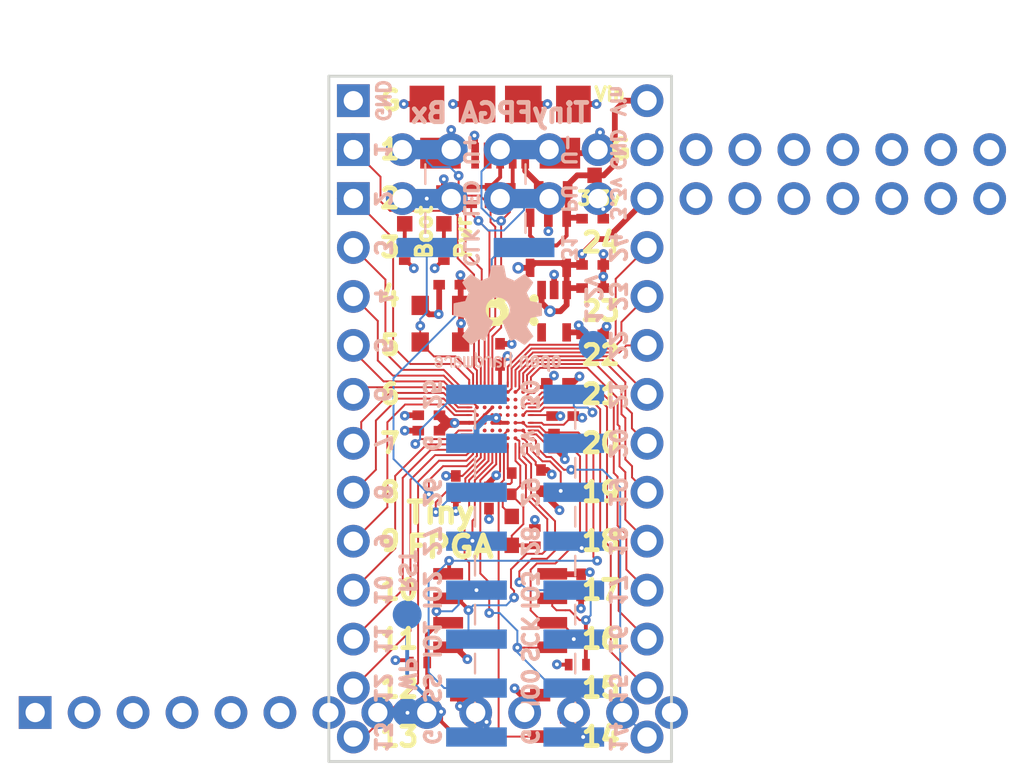
<source format=kicad_pcb>
(kicad_pcb (version 20171130) (host pcbnew 5.1.2)
  (layers (0 F.Cu signal) (1 In1.Cu power hide) (2 In2.Cu power hide) (31 B.Cu signal) (34 B.Paste user) (35 F.Paste user) (36 B.SilkS user hide) (37 F.SilkS user) (38 B.Mask user) (39 F.Mask user) (44 Edge.Cuts user))
  (net 0 "")
  (net 1 CDONE)
  (net 2 VPP_FAST)
  (net 3 224)
  (net 4 221)
  (net 5 185)
  (net 6 174)
  (net 7 116)
  (net 8 3A)
  (net 9 3B)
  (net 10 148)
  (net 11 10A)
  (net 12 212)
  (net 13 115)
  (net 14 119)
  (net 15 10B)
  (net 16 24B)
  (net 17 26A)
  (net 18 24A)
  (net 19 81_GBIN5)
  (net 20 54)
  (net 21 26B)
  (net 22 55)
  (net 23 177)
  (net 24 "Net-(J3-Pad1)")
  (net 25 "Net-(J3-Pad2)")
  (net 26 "Net-(J3-Pad3)")
  (net 27 "Net-(J3-Pad4)")
  (net 28 "Net-(U4-Pad4)")
  (net 29 +5V)
  (net 30 CLK)
  (net 31 +1V2)
  (net 32 SCK)
  (net 33 CRESET_B)
  (net 34 SDI)
  (net 35 SS)
  (net 36 GND)
  (net 37 +3V3)
  (net 38 SDO)
  (net 39 USB_P)
  (net 40 USB_N)
  (net 41 "Net-(C6-Pad1)")
  (net 42 "Net-(C6-Pad2)")
  (net 43 "Net-(U1-PadF3)")
  (net 44 "Net-(U1-PadC3)")
  (net 45 "Net-(U1-PadC4)")
  (net 46 "Net-(U1-PadC5)")
  (net 47 "Net-(U1-PadD3)")
  (net 48 "Net-(U1-PadD7)")
  (net 49 "Net-(U1-PadE7)")
  (net 50 USB_PU)
  (net 51 2A)
  (net 52 13A)
  (net 53 183)
  (net 54 7A)
  (net 55 180)
  (net 56 170)
  (net 57 141)
  (net 58 111)
  (net 59 LED)
  (net 60 140)
  (net 61 110)
  (net 62 57)
  (net 63 112)
  (net 64 70)
  (net 65 109)
  (net 66 "Net-(D1-Pad1)")
  (net 67 "Net-(D2-Pad1)")
  (net 68 82)
  (net 69 "Net-(U1-PadG5)")
  (net 70 56)
  (module Pin_Headers:Pin_Header_Straight_1x14_Pitch2.54mm (layer F.Cu) (at 143.516 100.3391 90)
    (fp_text reference J1 hide)
    (fp_text value CONN_01X14 hide)
    (pad 1 thru_hole rect (at 0 0 90) (size 1.7 1.7) (drill 1) (layers *.Cu *.Mask))
    (pad 2 thru_hole oval (at 0 2.54 90) (size 1.7 1.7) (drill 1) (layers *.Cu *.Mask))
    (pad 3 thru_hole oval (at 0 5.08 90) (size 1.7 1.7) (drill 1) (layers *.Cu *.Mask))
    (pad 4 thru_hole oval (at 0 7.62 90) (size 1.7 1.7) (drill 1) (layers *.Cu *.Mask))
    (pad 5 thru_hole oval (at 0 10.16 90) (size 1.7 1.7) (drill 1) (layers *.Cu *.Mask))
    (pad 6 thru_hole oval (at 0 12.7 90) (size 1.7 1.7) (drill 1) (layers *.Cu *.Mask))
    (pad 7 thru_hole oval (at 0 15.24 90) (size 1.7 1.7) (drill 1) (layers *.Cu *.Mask))
    (pad 8 thru_hole oval (at 0 17.78 90) (size 1.7 1.7) (drill 1) (layers *.Cu *.Mask))
    (pad 9 thru_hole oval (at 0 20.32 90) (size 1.7 1.7) (drill 1) (layers *.Cu *.Mask))
    (pad 10 thru_hole oval (at 0 22.86 90) (size 1.7 1.7) (drill 1) (layers *.Cu *.Mask))
    (pad 11 thru_hole oval (at 0 25.4 90) (size 1.7 1.7) (drill 1) (layers *.Cu *.Mask))
    (pad 12 thru_hole oval (at 0 27.94 90) (size 1.7 1.7) (drill 1) (layers *.Cu *.Mask))
    (pad 13 thru_hole oval (at 0 30.48 90) (size 1.7 1.7) (drill 1) (layers *.Cu *.Mask))
    (pad 14 thru_hole oval (at 0 33.02 90) (size 1.7 1.7) (drill 1) (layers *.Cu *.Mask))
  )
  (module Pin_Headers:Pin_Header_Straight_1x14_Pitch2.54mm (layer F.Cu) (at 143.516 102.8791 90)
    (fp_text reference J1 hide)
    (fp_text value CONN_01X14 hide)
    (pad 1 thru_hole rect (at 0 0 90) (size 1.7 1.7) (drill 1) (layers *.Cu *.Mask))
    (pad 2 thru_hole oval (at 0 2.54 90) (size 1.7 1.7) (drill 1) (layers *.Cu *.Mask))
    (pad 3 thru_hole oval (at 0 5.08 90) (size 1.7 1.7) (drill 1) (layers *.Cu *.Mask))
    (pad 4 thru_hole oval (at 0 7.62 90) (size 1.7 1.7) (drill 1) (layers *.Cu *.Mask))
    (pad 5 thru_hole oval (at 0 10.16 90) (size 1.7 1.7) (drill 1) (layers *.Cu *.Mask))
    (pad 6 thru_hole oval (at 0 12.7 90) (size 1.7 1.7) (drill 1) (layers *.Cu *.Mask))
    (pad 7 thru_hole oval (at 0 15.24 90) (size 1.7 1.7) (drill 1) (layers *.Cu *.Mask))
    (pad 8 thru_hole oval (at 0 17.78 90) (size 1.7 1.7) (drill 1) (layers *.Cu *.Mask))
    (pad 9 thru_hole oval (at 0 20.32 90) (size 1.7 1.7) (drill 1) (layers *.Cu *.Mask))
    (pad 10 thru_hole oval (at 0 22.86 90) (size 1.7 1.7) (drill 1) (layers *.Cu *.Mask))
    (pad 11 thru_hole oval (at 0 25.4 90) (size 1.7 1.7) (drill 1) (layers *.Cu *.Mask))
    (pad 12 thru_hole oval (at 0 27.94 90) (size 1.7 1.7) (drill 1) (layers *.Cu *.Mask))
    (pad 13 thru_hole oval (at 0 30.48 90) (size 1.7 1.7) (drill 1) (layers *.Cu *.Mask))
    (pad 14 thru_hole oval (at 0 33.02 90) (size 1.7 1.7) (drill 1) (layers *.Cu *.Mask))
  )
  (module Pin_Headers:Pin_Header_Straight_1x14_Pitch2.54mm (layer F.Cu) (at 127.006 129.5491 90)
    (fp_text reference J1 hide)
    (fp_text value CONN_01X14 hide)
    (pad 14 thru_hole oval (at 0 33.02 90) (size 1.7 1.7) (drill 1) (layers *.Cu *.Mask))
    (pad 13 thru_hole oval (at 0 30.48 90) (size 1.7 1.7) (drill 1) (layers *.Cu *.Mask))
    (pad 12 thru_hole oval (at 0 27.94 90) (size 1.7 1.7) (drill 1) (layers *.Cu *.Mask))
    (pad 11 thru_hole oval (at 0 25.4 90) (size 1.7 1.7) (drill 1) (layers *.Cu *.Mask))
    (pad 10 thru_hole oval (at 0 22.86 90) (size 1.7 1.7) (drill 1) (layers *.Cu *.Mask))
    (pad 9 thru_hole oval (at 0 20.32 90) (size 1.7 1.7) (drill 1) (layers *.Cu *.Mask))
    (pad 8 thru_hole oval (at 0 17.78 90) (size 1.7 1.7) (drill 1) (layers *.Cu *.Mask))
    (pad 7 thru_hole oval (at 0 15.24 90) (size 1.7 1.7) (drill 1) (layers *.Cu *.Mask))
    (pad 6 thru_hole oval (at 0 12.7 90) (size 1.7 1.7) (drill 1) (layers *.Cu *.Mask))
    (pad 5 thru_hole oval (at 0 10.16 90) (size 1.7 1.7) (drill 1) (layers *.Cu *.Mask))
    (pad 4 thru_hole oval (at 0 7.62 90) (size 1.7 1.7) (drill 1) (layers *.Cu *.Mask))
    (pad 3 thru_hole oval (at 0 5.08 90) (size 1.7 1.7) (drill 1) (layers *.Cu *.Mask))
    (pad 2 thru_hole oval (at 0 2.54 90) (size 1.7 1.7) (drill 1) (layers *.Cu *.Mask))
    (pad 1 thru_hole rect (at 0 0 90) (size 1.7 1.7) (drill 1) (layers *.Cu *.Mask))
  )
  (module tinyfpga:CM81 (layer F.Cu) (at 151.13 114.114)
    (fp_text reference U1)
    (fp_text value iCE40-LP8K-CM81)
    (pad A1 smd oval (at -1.6 -1.6) (size 0.1 0.335) (layers F.Cu F.Paste F.Mask) (net 3 224))
    (pad A2 smd oval (at -1.2 -1.6) (size 0.1 0.33) (layers F.Cu F.Paste F.Mask) (net 4 221))
    (pad A3 smd oval (at -0.8 -1.6) (size 0.1 0.335) (layers F.Cu F.Paste F.Mask) (net 50 USB_PU))
    (pad A4 smd oval (at -0.4 -1.6) (size 0.1 0.335) (layers F.Cu F.Paste F.Mask) (net 40 USB_N))
    (pad A5 smd circle (at 0 -1.6) (size 0.2 0.2) (layers F.Cu F.Paste F.Mask) (net 37 +3V3))
    (pad A6 smd oval (at 0.4 -1.6) (size 0.1 0.335) (layers F.Cu F.Paste F.Mask) (net 5 185))
    (pad A7 smd oval (at 0.8 -1.6) (size 0.1 0.335) (layers F.Cu F.Paste F.Mask) (net 23 177))
    (pad A8 smd oval (at 1.2 -1.6) (size 0.1 0.335) (layers F.Cu F.Paste F.Mask) (net 6 174))
    (pad A9 smd oval (at 1.6 -1.6) (size 0.1 0.335) (layers F.Cu F.Paste F.Mask) (net 7 116))
    (pad B1 smd oval (at -1.6 -1.2) (size 0.33 0.1) (layers F.Cu F.Paste F.Mask) (net 8 3A))
    (pad B2 smd circle (at -1.2 -1.2) (size 0.2 0.2) (layers F.Cu F.Paste F.Mask) (net 30 CLK))
    (pad B3 smd circle (at -0.8 -1.2) (size 0.2 0.2) (layers F.Cu F.Paste F.Mask) (net 59 LED))
    (pad B4 smd circle (at -0.4 -1.2) (size 0.2 0.2) (layers F.Cu F.Paste F.Mask) (net 39 USB_P))
    (pad B5 smd circle (at 0 -1.2) (size 0.2 0.2) (layers F.Cu F.Paste F.Mask) (net 37 +3V3))
    (pad B6 smd circle (at 0.4 -1.2) (size 0.2 0.2) (layers F.Cu F.Paste F.Mask) (net 53 183))
    (pad B7 smd circle (at 0.8 -1.2) (size 0.2 0.2) (layers F.Cu F.Paste F.Mask) (net 55 180))
    (pad B8 smd circle (at 1.2 -1.2) (size 0.2 0.2) (layers F.Cu F.Paste F.Mask) (net 56 170))
    (pad B9 smd circle (at 1.6 -1.2) (size 0.2 0.2) (layers F.Cu F.Paste F.Mask) (net 37 +3V3))
    (pad C1 smd oval (at -1.6 -0.8) (size 0.335 0.1) (layers F.Cu F.Paste F.Mask) (net 9 3B))
    (pad C2 smd circle (at -1.2 -0.8) (size 0.2 0.2) (layers F.Cu F.Paste F.Mask) (net 51 2A))
    (pad C3 smd circle (at -0.8 -0.8) (size 0.2 0.2) (layers F.Cu F.Paste F.Mask) (net 44 "Net-(U1-PadC3)"))
    (pad C4 smd circle (at -0.4 -0.8) (size 0.2 0.2) (layers F.Cu F.Paste F.Mask) (net 45 "Net-(U1-PadC4)"))
    (pad C5 smd circle (at 0 -0.8) (size 0.2 0.2) (layers F.Cu F.Paste F.Mask) (net 46 "Net-(U1-PadC5)"))
    (pad C6 smd circle (at 0.4 -0.8) (size 0.2 0.2) (layers F.Cu F.Paste F.Mask) (net 37 +3V3))
    (pad C7 smd circle (at 0.8 -0.8) (size 0.2 0.2) (layers F.Cu F.Paste F.Mask) (net 2 VPP_FAST))
    (pad C8 smd circle (at 1.2 -0.8) (size 0.2 0.2) (layers F.Cu F.Paste F.Mask) (net 37 +3V3))
    (pad C9 smd oval (at 1.6 -0.8) (size 0.335 0.1) (layers F.Cu F.Paste F.Mask) (net 10 148))
    (pad D1 smd oval (at -1.6 -0.4) (size 0.335 0.1) (layers F.Cu F.Paste F.Mask) (net 11 10A))
    (pad D2 smd circle (at -1.2 -0.4) (size 0.2 0.2) (layers F.Cu F.Paste F.Mask) (net 54 7A))
    (pad D3 smd circle (at -0.8 -0.4) (size 0.2 0.2) (layers F.Cu F.Paste F.Mask) (net 47 "Net-(U1-PadD3)"))
    (pad D4 smd circle (at -0.4 -0.4) (size 0.2 0.2) (layers F.Cu F.Paste F.Mask) (net 31 +1V2))
    (pad D5 smd circle (at 0 -0.4) (size 0.2 0.2) (layers F.Cu F.Paste F.Mask) (net 12 212))
    (pad D6 smd circle (at 0.4 -0.4) (size 0.2 0.2) (layers F.Cu F.Paste F.Mask) (net 13 115))
    (pad D7 smd circle (at 0.8 -0.4) (size 0.2 0.2) (layers F.Cu F.Paste F.Mask) (net 48 "Net-(U1-PadD7)"))
    (pad D8 smd circle (at 1.2 -0.4) (size 0.2 0.2) (layers F.Cu F.Paste F.Mask) (net 57 141))
    (pad D9 smd oval (at 1.6 -0.4) (size 0.335 0.1) (layers F.Cu F.Paste F.Mask) (net 14 119))
    (pad E1 smd oval (at -1.6 0) (size 0.335 0.1) (layers F.Cu F.Paste F.Mask) (net 15 10B))
    (pad E2 smd circle (at -1.2 0) (size 0.2 0.2) (layers F.Cu F.Paste F.Mask) (net 52 13A))
    (pad E3 smd circle (at -0.8 0) (size 0.2 0.2) (layers F.Cu F.Paste F.Mask) (net 31 +1V2))
    (pad E4 smd circle (at -0.4 0) (size 0.2 0.2) (layers F.Cu F.Paste F.Mask) (net 36 GND))
    (pad E5 smd circle (at 0 0) (size 0.2 0.2) (layers F.Cu F.Paste F.Mask) (net 36 GND))
    (pad E6 smd circle (at 0.4 0) (size 0.2 0.2) (layers F.Cu F.Paste F.Mask) (net 1 CDONE))
    (pad E7 smd circle (at 0.8 0) (size 0.2 0.2) (layers F.Cu F.Paste F.Mask) (net 49 "Net-(U1-PadE7)"))
    (pad E8 smd circle (at 1.2 0) (size 0.2 0.2) (layers F.Cu F.Paste F.Mask) (net 60 140))
    (pad E9 smd oval (at 1.6 0) (size 0.335 0.1) (layers F.Cu F.Paste F.Mask) (net 31 +1V2))
    (pad F1 smd circle (at -1.6 0.4) (size 0.2 0.2) (layers F.Cu F.Paste F.Mask) (net 31 +1V2))
    (pad F2 smd circle (at -1.2 0.4) (size 0.2 0.2) (layers F.Cu F.Paste F.Mask) (net 31 +1V2))
    (pad F3 smd circle (at -0.8 0.4) (size 0.2 0.2) (layers F.Cu F.Paste F.Mask) (net 43 "Net-(U1-PadF3)"))
    (pad F4 smd circle (at -0.4 0.4) (size 0.2 0.2) (layers F.Cu F.Paste F.Mask) (net 36 GND))
    (pad F5 smd circle (at 0 0.4) (size 0.2 0.2) (layers F.Cu F.Paste F.Mask) (net 36 GND))
    (pad F6 smd circle (at 0.4 0.4) (size 0.2 0.2) (layers F.Cu F.Paste F.Mask) (net 36 GND))
    (pad F7 smd circle (at 0.8 0.4) (size 0.2 0.2) (layers F.Cu F.Paste F.Mask) (net 35 SS))
    (pad F8 smd circle (at 1.2 0.4) (size 0.2 0.2) (layers F.Cu F.Paste F.Mask) (net 35 SS))
    (pad F9 smd oval (at 1.6 0.4) (size 0.335 0.1) (layers F.Cu F.Paste F.Mask) (net 36 GND))
    (pad G1 smd oval (at -1.6 0.8) (size 0.335 0.1) (layers F.Cu F.Paste F.Mask) (net 16 24B))
    (pad G2 smd circle (at -1.2 0.8) (size 0.2 0.2) (layers F.Cu F.Paste F.Mask) (net 17 26A))
    (pad G3 smd circle (at -0.8 0.8) (size 0.2 0.2) (layers F.Cu F.Paste F.Mask) (net 18 24A))
    (pad G4 smd circle (at -0.4 0.8) (size 0.2 0.2) (layers F.Cu F.Paste F.Mask) (net 19 81_GBIN5))
    (pad G5 smd circle (at 0 0.8) (size 0.2 0.2) (layers F.Cu F.Paste F.Mask) (net 69 "Net-(U1-PadG5)"))
    (pad G6 smd circle (at 0.4 0.8) (size 0.2 0.2) (layers F.Cu F.Paste F.Mask) (net 38 SDO))
    (pad G7 smd circle (at 0.8 0.8) (size 0.2 0.2) (layers F.Cu F.Paste F.Mask) (net 32 SCK))
    (pad G8 smd circle (at 1.2 0.8) (size 0.2 0.2) (layers F.Cu F.Paste F.Mask) (net 32 SCK))
    (pad G9 smd oval (at 1.6 0.8) (size 0.335 0.1) (layers F.Cu F.Paste F.Mask) (net 63 112))
    (pad H1 smd oval (at -1.6 1.2) (size 0.33 0.1) (layers F.Cu F.Paste F.Mask) (net 20 54))
    (pad H2 smd circle (at -1.2 1.2) (size 0.2 0.2) (layers F.Cu F.Paste F.Mask) (net 21 26B))
    (pad H3 smd circle (at -0.8 1.2) (size 0.2 0.2) (layers F.Cu F.Paste F.Mask) (net 37 +3V3))
    (pad H4 smd circle (at -0.4 1.2) (size 0.2 0.2) (layers F.Cu F.Paste F.Mask) (net 68 82))
    (pad H5 smd circle (at 0 1.2) (size 0.2 0.2) (layers F.Cu F.Paste F.Mask) (net 38 SDO))
    (pad H6 smd circle (at 0.4 1.2) (size 0.2 0.2) (layers F.Cu F.Paste F.Mask) (net 33 CRESET_B))
    (pad H7 smd circle (at 0.8 1.2) (size 0.2 0.2) (layers F.Cu F.Paste F.Mask) (net 34 SDI) (clearance 0.1))
    (pad H8 smd circle (at 1.2 1.2) (size 0.2 0.2) (layers F.Cu F.Paste F.Mask) (net 37 +3V3))
    (pad H9 smd oval (at 1.6 1.2) (size 0.33 0.1) (layers F.Cu F.Paste F.Mask) (net 58 111))
    (pad J1 smd oval (at -1.6 1.6) (size 0.1 0.335) (layers F.Cu F.Paste F.Mask) (net 22 55) (clearance 0.1))
    (pad J2 smd oval (at -1.2 1.6) (size 0.1 0.33) (layers F.Cu F.Paste F.Mask) (net 70 56))
    (pad J3 smd oval (at -0.8 1.6) (size 0.1 0.335) (layers F.Cu F.Paste F.Mask) (net 62 57))
    (pad J4 smd oval (at -0.4 1.6) (size 0.1 0.335) (layers F.Cu F.Paste F.Mask) (net 64 70))
    (pad J5 smd oval (at 0 1.6) (size 0.1 0.335) (layers F.Cu F.Paste F.Mask) (net 37 +3V3))
    (pad J6 smd oval (at 0.4 1.6) (size 0.1 0.335) (layers F.Cu F.Paste F.Mask) (net 41 "Net-(C6-Pad1)"))
    (pad J7 smd oval (at 0.8 1.6) (size 0.1 0.335) (layers F.Cu F.Paste F.Mask) (net 42 "Net-(C6-Pad2)"))
    (pad J8 smd oval (at 1.2 1.6) (size 0.1 0.33) (layers F.Cu F.Paste F.Mask) (net 65 109))
    (pad J9 smd oval (at 1.6 1.6) (size 0.1 0.335) (layers F.Cu F.Paste F.Mask) (net 61 110))
  )
  (module Pin_Headers:Pin_Header_Straight_1x14_Pitch2.54mm (layer F.Cu) (at 143.516 97.7991)
    (fp_text reference J1 hide)
    (fp_text value CONN_01X14 hide)
    (pad 1 thru_hole rect (at 0 0) (size 1.7 1.7) (drill 1) (layers *.Cu *.Mask) (net 36 GND))
    (pad 2 thru_hole oval (at 0 2.54) (size 1.7 1.7) (drill 1) (layers *.Cu *.Mask) (net 4 221))
    (pad 3 thru_hole oval (at 0 5.08) (size 1.7 1.7) (drill 1) (layers *.Cu *.Mask) (net 3 224))
    (pad 4 thru_hole oval (at 0 7.62) (size 1.7 1.7) (drill 1) (layers *.Cu *.Mask) (net 8 3A))
    (pad 5 thru_hole oval (at 0 10.16) (size 1.7 1.7) (drill 1) (layers *.Cu *.Mask) (net 51 2A))
    (pad 6 thru_hole oval (at 0 12.7) (size 1.7 1.7) (drill 1) (layers *.Cu *.Mask) (net 9 3B))
    (pad 7 thru_hole oval (at 0 15.24) (size 1.7 1.7) (drill 1) (layers *.Cu *.Mask) (net 54 7A))
    (pad 8 thru_hole oval (at 0 17.78) (size 1.7 1.7) (drill 1) (layers *.Cu *.Mask) (net 11 10A))
    (pad 9 thru_hole oval (at 0 20.32) (size 1.7 1.7) (drill 1) (layers *.Cu *.Mask) (net 52 13A))
    (pad 10 thru_hole oval (at 0 22.86) (size 1.7 1.7) (drill 1) (layers *.Cu *.Mask) (net 15 10B))
    (pad 11 thru_hole oval (at 0 25.4) (size 1.7 1.7) (drill 1) (layers *.Cu *.Mask) (net 17 26A))
    (pad 12 thru_hole oval (at 0 27.94) (size 1.7 1.7) (drill 1) (layers *.Cu *.Mask) (net 20 54))
    (pad 13 thru_hole oval (at 0 30.48) (size 1.7 1.7) (drill 1) (layers *.Cu *.Mask) (net 22 55))
    (pad 14 thru_hole oval (at 0 33.02) (size 1.7 1.7) (drill 1) (layers *.Cu *.Mask) (net 21 26B))
  )
  (module Pin_Headers:Pin_Header_Straight_2x08_Pitch2.54mm_SMD (layer B.Cu) (at 152.431 121.9291 180)
    (fp_text reference J4 hide)
    (fp_text value Conn_02x08_Odd_Even hide)
    (pad 1 smd rect (at -2.525 8.89 180) (size 3.15 1) (layers B.Cu B.Paste B.Mask) (net 60 140))
    (pad 2 smd rect (at 2.525 8.89 180) (size 3.15 1) (layers B.Cu B.Paste B.Mask) (net 16 24B))
    (pad 3 smd rect (at -2.525 6.35 180) (size 3.15 1) (layers B.Cu B.Paste B.Mask) (net 37 +3V3))
    (pad 4 smd rect (at 2.525 6.35 180) (size 3.15 1) (layers B.Cu B.Paste B.Mask) (net 36 GND))
    (pad 5 smd rect (at -2.525 3.81 180) (size 3.15 1) (layers B.Cu B.Paste B.Mask) (net 61 110))
    (pad 6 smd rect (at 2.525 3.81 180) (size 3.15 1) (layers B.Cu B.Paste B.Mask) (net 62 57))
    (pad 7 smd rect (at -2.525 1.27 180) (size 3.15 1) (layers B.Cu B.Paste B.Mask) (net 63 112))
    (pad 8 smd rect (at 2.525 1.27 180) (size 3.15 1) (layers B.Cu B.Paste B.Mask) (net 64 70))
    (pad 9 smd rect (at -2.525 -1.27 180) (size 3.15 1) (layers B.Cu B.Paste B.Mask) (net 65 109))
    (pad 10 smd rect (at 2.525 -1.27 180) (size 3.15 1) (layers B.Cu B.Paste B.Mask) (net 68 82))
    (pad 11 smd rect (at -2.525 -3.81 180) (size 3.15 1) (layers B.Cu B.Paste B.Mask) (net 32 SCK))
    (pad 12 smd rect (at 2.525 -3.81 180) (size 3.15 1) (layers B.Cu B.Paste B.Mask) (net 34 SDI))
    (pad 13 smd rect (at -2.525 -6.35 180) (size 3.15 1) (layers B.Cu B.Paste B.Mask) (net 38 SDO))
    (pad 14 smd rect (at 2.525 -6.35 180) (size 3.15 1) (layers B.Cu B.Paste B.Mask) (net 35 SS))
    (pad 15 smd rect (at -2.525 -8.89 180) (size 3.15 1) (layers B.Cu B.Paste B.Mask) (net 36 GND))
    (pad 16 smd rect (at 2.525 -8.89 180) (size 3.15 1) (layers B.Cu B.Paste B.Mask) (net 36 GND))
  )
  (module Housings_SOIC:SOIC-8_3.9x4.9mm_Pitch1.27mm (layer F.Cu) (at 151.136 124.2581)
    (fp_text reference U5)
    (fp_text value AT25SF081-SSHD-B)
    (pad 1 smd rect (at -2.7 -1.905) (size 1.55 0.6) (layers F.Cu F.Paste F.Mask) (net 35 SS))
    (pad 2 smd rect (at -2.7 -0.635) (size 1.55 0.6) (layers F.Cu F.Paste F.Mask) (net 34 SDI))
    (pad 3 smd rect (at -2.7 0.635) (size 1.55 0.6) (layers F.Cu F.Paste F.Mask) (net 68 82))
    (pad 4 smd rect (at -2.7 1.905) (size 1.55 0.6) (layers F.Cu F.Paste F.Mask) (net 36 GND))
    (pad 5 smd rect (at 2.7 1.905) (size 1.55 0.6) (layers F.Cu F.Paste F.Mask) (net 38 SDO))
    (pad 6 smd rect (at 2.7 0.635) (size 1.55 0.6) (layers F.Cu F.Paste F.Mask) (net 32 SCK))
    (pad 7 smd rect (at 2.7 -0.635) (size 1.55 0.6) (layers F.Cu F.Paste F.Mask) (net 65 109))
    (pad 8 smd rect (at 2.7 -1.905) (size 1.55 0.6) (layers F.Cu F.Paste F.Mask) (net 37 +3V3))
  )
  (module Pin_Headers:Pin_Header_Straight_2x03_Pitch2.54mm_SMD (layer B.Cu) (at 149.851 102.8791)
    (fp_text reference J5 hide)
    (fp_text value Conn_02x03_Odd_Even)
    (pad 1 smd rect (at -2.525 2.54) (size 3.15 1) (layers B.Cu B.Paste B.Mask) (net 30 CLK))
    (pad 2 smd rect (at 2.525 2.54) (size 3.15 1) (layers B.Cu B.Paste B.Mask) (net 70 56))
    (pad 3 smd rect (at -2.525 0) (size 3.15 1) (layers B.Cu B.Paste B.Mask) (net 59 LED))
    (pad 4 smd rect (at 2.525 0) (size 3.15 1) (layers B.Cu B.Paste B.Mask) (net 50 USB_PU))
    (pad 5 smd rect (at -2.525 -2.54) (size 3.15 1) (layers B.Cu B.Paste B.Mask) (net 39 USB_P))
    (pad 6 smd rect (at 2.525 -2.54) (size 3.15 1) (layers B.Cu B.Paste B.Mask) (net 40 USB_N))
  )
  (module Measurement_Points:Measurement_Point_Round-SMD-Pad_Small (layer B.Cu) (at 155.962 110.4991)
    (fp_text reference TP3 hide)
    (fp_text value TEST)
    (pad 1 smd circle (at 0 0) (size 1.5 1.5) (layers B.Cu B.Mask) (net 31 +1V2))
  )
  (module Symbols:OSHW-Logo2_7.3x6mm_SilkScreen (layer B.Cu) (at 151.009 109.1021 180)
    (fp_text reference REF*** hide)
    (fp_text value OSHW-Logo2_7.3x6mm_SilkScreen hide)
  )
  (module Resistors_SMD:R_0402 (layer F.Cu) (at 154.536 130.3731 270)
    (fp_text reference R6)
    (fp_text value R)
    (pad 1 smd rect (at -0.45 0 270) (size 0.4 0.6) (layers F.Cu F.Paste F.Mask) (net 37 +3V3))
    (pad 2 smd rect (at 0.45 0 270) (size 0.4 0.6) (layers F.Cu F.Paste F.Mask) (net 33 CRESET_B))
  )
  (module Capacitors_SMD:C_0603 (layer F.Cu) (at 151.736 120.1231 270)
    (fp_text reference C6)
    (fp_text value 10uF)
    (pad 1 smd rect (at -0.75 0 270) (size 0.8 0.75) (layers F.Cu F.Paste F.Mask) (net 41 "Net-(C6-Pad1)"))
    (pad 2 smd rect (at 0.75 0 270) (size 0.8 0.75) (layers F.Cu F.Paste F.Mask) (net 42 "Net-(C6-Pad2)"))
  )
  (module Capacitors_SMD:C_0603 (layer F.Cu) (at 156.036 100.9231 90)
    (fp_text reference C17)
    (fp_text value 10uF)
    (pad 1 smd rect (at -0.75 0 90) (size 0.8 0.75) (layers F.Cu F.Paste F.Mask) (net 29 +5V))
    (pad 2 smd rect (at 0.75 0 90) (size 0.8 0.75) (layers F.Cu F.Paste F.Mask) (net 36 GND))
  )
  (module Inductors_SMD:L_0603 (layer F.Cu) (at 153.886 102.4231 180)
    (fp_text reference L1)
    (fp_text value Bead)
    (pad 1 smd rect (at -0.75 0 180) (size 0.5 0.9) (layers F.Cu F.Paste F.Mask) (net 29 +5V))
    (pad 2 smd rect (at 0.75 0 180) (size 0.5 0.9) (layers F.Cu F.Paste F.Mask) (net 24 "Net-(J3-Pad1)"))
  )
  (module Resistors_SMD:R_0402_NoSilk (layer F.Cu) (at 146.183 105.6731 270)
    (fp_text reference R9 hide)
    (fp_text value 270)
    (pad 1 smd rect (at -0.45 0 270) (size 0.4 0.6) (layers F.Cu F.Paste F.Mask) (net 67 "Net-(D2-Pad1)"))
    (pad 2 smd rect (at 0.45 0 270) (size 0.4 0.6) (layers F.Cu F.Paste F.Mask) (net 36 GND))
  )
  (module Resistors_SMD:R_0402_NoSilk (layer F.Cu) (at 148.215 105.6731 270)
    (fp_text reference R8 hide)
    (fp_text value 270)
    (pad 1 smd rect (at -0.45 0 270) (size 0.4 0.6) (layers F.Cu F.Paste F.Mask) (net 66 "Net-(D1-Pad1)"))
    (pad 2 smd rect (at 0.45 0 270) (size 0.4 0.6) (layers F.Cu F.Paste F.Mask) (net 36 GND))
  )
  (module LEDs:LED_0603 (layer F.Cu) (at 148.215 103.3871 90)
    (fp_text reference D1 hide)
    (fp_text value LED_Small)
    (pad 2 smd rect (at 0.8 0 270) (size 0.8 0.8) (layers F.Cu F.Paste F.Mask) (net 37 +3V3))
    (pad 1 smd rect (at -0.8 0 270) (size 0.8 0.8) (layers F.Cu F.Paste F.Mask) (net 66 "Net-(D1-Pad1)"))
  )
  (module LEDs:LED_0603 (layer F.Cu) (at 146.183 103.3871 90)
    (fp_text reference D2 hide)
    (fp_text value LED_Small)
    (pad 2 smd rect (at 0.8 0 270) (size 0.8 0.8) (layers F.Cu F.Paste F.Mask) (net 59 LED))
    (pad 1 smd rect (at -0.8 0 270) (size 0.8 0.8) (layers F.Cu F.Paste F.Mask) (net 67 "Net-(D2-Pad1)"))
  )
  (module Connectors_Molex:USB_Micro-B_Molex_47346-0001 (layer F.Cu) (at 151.136 97.9731 180)
    (fp_text reference J3)
    (fp_text value USB_OTG)
    (pad 1 smd rect (at -1.3 -2.675 270) (size 1.35 0.4) (layers F.Cu F.Paste F.Mask) (net 24 "Net-(J3-Pad1)"))
    (pad 2 smd rect (at -0.65 -2.675 270) (size 1.35 0.4) (layers F.Cu F.Paste F.Mask) (net 25 "Net-(J3-Pad2)"))
    (pad 3 smd rect (at 0 -2.675 270) (size 1.35 0.4) (layers F.Cu F.Paste F.Mask) (net 26 "Net-(J3-Pad3)"))
    (pad 4 smd rect (at 0.65 -2.675 270) (size 1.35 0.4) (layers F.Cu F.Paste F.Mask) (net 27 "Net-(J3-Pad4)"))
    (pad 5 smd rect (at 1.3 -2.675 270) (size 1.35 0.4) (layers F.Cu F.Paste F.Mask) (net 36 GND))
    (pad 6 smd rect (at -3.1 -2.55 180) (size 2.1 1.6) (layers F.Cu F.Paste F.Mask) (net 36 GND))
    (pad 6 smd rect (at 3.1 -2.55 180) (size 2.1 1.6) (layers F.Cu F.Paste F.Mask) (net 36 GND))
    (pad 6 smd rect (at -3.8 0 270) (size 1.9 1.8) (layers F.Cu F.Paste F.Mask) (net 36 GND))
    (pad 6 smd rect (at 3.8 0 270) (size 1.9 1.8) (layers F.Cu F.Paste F.Mask) (net 36 GND))
    (pad 6 smd rect (at -1.2 0 270) (size 1.9 1.9) (layers F.Cu F.Paste F.Mask) (net 36 GND))
    (pad 6 smd rect (at 1.2 0 270) (size 1.9 1.9) (layers F.Cu F.Paste F.Mask) (net 36 GND))
  )
  (module tinyfpga:CDFN3225-4LD-PL-1 (layer F.Cu) (at 148.039614 109.364854 180)
    (fp_text reference U3)
    (fp_text value DSC6001CI2A-016.0000T)
    (pad 1 smd rect (at -1.046386 0.941754 270) (size 1 0.9) (layers F.Cu F.Paste F.Mask) (net 37 +3V3))
    (pad 4 smd rect (at -1.046386 -0.958246 270) (size 1 0.9) (layers F.Cu F.Paste F.Mask) (net 37 +3V3))
    (pad 3 smd rect (at 1.053614 -0.958246 270) (size 1 0.9) (layers F.Cu F.Paste F.Mask) (net 30 CLK))
    (pad 2 smd rect (at 1.053614 0.941754 270) (size 1 0.9) (layers F.Cu F.Paste F.Mask) (net 36 GND))
  )
  (module Measurement_Points:Measurement_Point_Round-SMD-Pad_Small (layer B.Cu) (at 146.31 129.5491)
    (fp_text reference TP1)
    (fp_text value TEST)
    (pad 1 smd circle (at 0 0) (size 1.5 1.5) (layers B.Cu B.Mask) (net 68 82))
  )
  (module Measurement_Points:Measurement_Point_Round-SMD-Pad_Small (layer B.Cu) (at 146.31 124.4691)
    (fp_text reference TP2)
    (fp_text value TEST)
    (pad 1 smd circle (at 0 0) (size 1.5 1.5) (layers B.Cu B.Mask) (net 33 CRESET_B))
  )
  (module tinyfpga:SC-70-C5 (layer F.Cu) (at 153.636 105.1731)
    (fp_text reference U2)
    (fp_text value MIC5504-3.3YM5-TR)
    (pad 2 smd rect (at 0 -1.3) (size 0.45 0.95) (layers F.Cu F.Paste F.Mask) (net 36 GND))
    (pad 3 smd rect (at -0.95 -1.3) (size 0.45 0.95) (layers F.Cu F.Paste F.Mask) (net 29 +5V))
    (pad 1 smd rect (at 0.95 -1.3) (size 0.45 0.95) (layers F.Cu F.Paste F.Mask) (net 29 +5V))
    (pad 4 smd rect (at -0.95 1.3) (size 0.45 0.95) (layers F.Cu F.Paste F.Mask) (net 37 +3V3))
    (pad 5 smd rect (at 0.95 1.3) (size 0.45 0.95) (layers F.Cu F.Paste F.Mask) (net 37 +3V3))
  )
  (module Resistors_SMD:R_0402_NoSilk (layer F.Cu) (at 146.9 126.954)
    (fp_text reference R7)
    (fp_text value 10k)
    (pad 1 smd rect (at -0.45 0) (size 0.4 0.6) (layers F.Cu F.Paste F.Mask) (net 37 +3V3))
    (pad 2 smd rect (at 0.45 0) (size 0.4 0.6) (layers F.Cu F.Paste F.Mask) (net 68 82))
  )
  (module Pin_Headers:Pin_Header_Straight_1x14_Pitch2.54mm (layer F.Cu) (at 158.756 97.7991)
    (fp_text reference J2 hide)
    (fp_text value CONN_01X14 hide)
    (pad 1 thru_hole circle (at 0 0) (size 1.7 1.7) (drill 1) (layers *.Cu *.Mask) (net 29 +5V))
    (pad 2 thru_hole oval (at 0 2.54) (size 1.7 1.7) (drill 1) (layers *.Cu *.Mask) (net 36 GND))
    (pad 3 thru_hole oval (at 0 5.08) (size 1.7 1.7) (drill 1) (layers *.Cu *.Mask) (net 37 +3V3))
    (pad 4 thru_hole oval (at 0 7.62) (size 1.7 1.7) (drill 1) (layers *.Cu *.Mask) (net 5 185))
    (pad 5 thru_hole oval (at 0 10.16) (size 1.7 1.7) (drill 1) (layers *.Cu *.Mask) (net 53 183))
    (pad 6 thru_hole oval (at 0 12.7) (size 1.7 1.7) (drill 1) (layers *.Cu *.Mask) (net 23 177))
    (pad 7 thru_hole oval (at 0 15.24) (size 1.7 1.7) (drill 1) (layers *.Cu *.Mask) (net 55 180))
    (pad 8 thru_hole oval (at 0 17.78) (size 1.7 1.7) (drill 1) (layers *.Cu *.Mask) (net 6 174))
    (pad 9 thru_hole oval (at 0 20.32) (size 1.7 1.7) (drill 1) (layers *.Cu *.Mask) (net 56 170))
    (pad 10 thru_hole oval (at 0 22.86) (size 1.7 1.7) (drill 1) (layers *.Cu *.Mask) (net 7 116))
    (pad 11 thru_hole oval (at 0 25.4) (size 1.7 1.7) (drill 1) (layers *.Cu *.Mask) (net 10 148))
    (pad 12 thru_hole oval (at 0 27.94) (size 1.7 1.7) (drill 1) (layers *.Cu *.Mask) (net 57 141))
    (pad 13 thru_hole oval (at 0 30.48) (size 1.7 1.7) (drill 1) (layers *.Cu *.Mask) (net 14 119))
    (pad 14 thru_hole oval (at 0 33.02) (size 1.7 1.7) (drill 1) (layers *.Cu *.Mask) (net 58 111))
  )
  (module Capacitors_SMD:C_0402_NoSilk (layer F.Cu) (at 150.555 118.414 270)
    (fp_text reference C16)
    (fp_text value 100nF)
    (pad 1 smd rect (at -0.55 0 270) (size 0.6 0.5) (layers F.Cu F.Paste F.Mask) (net 37 +3V3))
    (pad 2 smd rect (at 0.55 0 270) (size 0.6 0.5) (layers F.Cu F.Paste F.Mask) (net 36 GND))
  )
  (module Resistors_SMD:R_0402_NoSilk (layer F.Cu) (at 153.93 115.464 90)
    (fp_text reference R5)
    (fp_text value 10k)
    (pad 1 smd rect (at -0.45 0 90) (size 0.38 0.6) (layers F.Cu F.Paste F.Mask) (net 37 +3V3))
    (pad 2 smd rect (at 0.45 0 90) (size 0.38 0.6) (layers F.Cu F.Paste F.Mask) (net 35 SS))
  )
  (module Capacitors_SMD:C_0402_NoSilk (layer F.Cu) (at 154.38 114.164)
    (fp_text reference C13)
    (fp_text value 10nF)
    (pad 1 smd rect (at -0.55 0) (size 0.6 0.5) (layers F.Cu F.Paste F.Mask) (net 31 +1V2))
    (pad 2 smd rect (at 0.55 0) (size 0.6 0.5) (layers F.Cu F.Paste F.Mask) (net 36 GND))
  )
  (module Capacitors_SMD:C_0402_NoSilk (layer F.Cu) (at 151.13 110.964 90)
    (fp_text reference C15)
    (fp_text value 10nF)
    (pad 1 smd rect (at -0.55 0 90) (size 0.6 0.5) (layers F.Cu F.Paste F.Mask) (net 37 +3V3))
    (pad 2 smd rect (at 0.55 0 90) (size 0.6 0.5) (layers F.Cu F.Paste F.Mask) (net 36 GND))
  )
  (module Capacitors_SMD:C_0402_NoSilk (layer F.Cu) (at 154.105 112.439)
    (fp_text reference C14)
    (fp_text value 10nF)
    (pad 1 smd rect (at -0.55 0) (size 0.6 0.5) (layers F.Cu F.Paste F.Mask) (net 37 +3V3))
    (pad 2 smd rect (at 0.55 0) (size 0.6 0.5) (layers F.Cu F.Paste F.Mask) (net 36 GND))
  )
  (module Capacitors_SMD:C_0402_NoSilk (layer F.Cu) (at 147.436 114.9231 180)
    (fp_text reference C12)
    (fp_text value 10nF)
    (pad 1 smd rect (at -0.55 0 180) (size 0.6 0.5) (layers F.Cu F.Paste F.Mask) (net 31 +1V2))
    (pad 2 smd rect (at 0.55 0 180) (size 0.6 0.5) (layers F.Cu F.Paste F.Mask) (net 36 GND))
  )
  (module Capacitors_SMD:C_0402_NoSilk (layer F.Cu) (at 147.436 114.1231 180)
    (fp_text reference C11)
    (fp_text value 100nF)
    (pad 1 smd rect (at -0.55 0 180) (size 0.6 0.5) (layers F.Cu F.Paste F.Mask) (net 31 +1V2))
    (pad 2 smd rect (at 0.55 0 180) (size 0.6 0.5) (layers F.Cu F.Paste F.Mask) (net 36 GND))
  )
  (module Capacitors_SMD:C_0402_NoSilk (layer F.Cu) (at 148.5198 107.3495 180)
    (fp_text reference C10)
    (fp_text value 100nF)
    (pad 1 smd rect (at -0.55 0 180) (size 0.6 0.5) (layers F.Cu F.Paste F.Mask) (net 37 +3V3))
    (pad 2 smd rect (at 0.55 0 180) (size 0.6 0.5) (layers F.Cu F.Paste F.Mask) (net 36 GND))
  )
  (module Capacitors_SMD:C_0402_NoSilk (layer F.Cu) (at 153.255 117.514 270)
    (fp_text reference C9)
    (fp_text value 100nF)
    (pad 1 smd rect (at -0.55 0 270) (size 0.6 0.5) (layers F.Cu F.Paste F.Mask) (net 37 +3V3))
    (pad 2 smd rect (at 0.55 0 270) (size 0.6 0.5) (layers F.Cu F.Paste F.Mask) (net 36 GND))
  )
  (module Capacitors_SMD:C_0402_NoSilk (layer F.Cu) (at 148.836 117.8231 270)
    (fp_text reference C8)
    (fp_text value 100nF)
    (pad 1 smd rect (at -0.55 0 270) (size 0.6 0.5) (layers F.Cu F.Paste F.Mask) (net 37 +3V3))
    (pad 2 smd rect (at 0.55 0 270) (size 0.6 0.5) (layers F.Cu F.Paste F.Mask) (net 36 GND))
  )
  (module Capacitors_SMD:C_0402_NoSilk (layer F.Cu) (at 151.736 117.6731 270)
    (fp_text reference C7)
    (fp_text value 100nF)
    (pad 1 smd rect (at -0.55 0 270) (size 0.6 0.5) (layers F.Cu F.Paste F.Mask) (net 41 "Net-(C6-Pad1)"))
    (pad 2 smd rect (at 0.55 0 270) (size 0.6 0.5) (layers F.Cu F.Paste F.Mask) (net 42 "Net-(C6-Pad2)"))
  )
  (module Resistors_SMD:R_0402_NoSilk (layer F.Cu) (at 152.936 120.4231 90)
    (fp_text reference R4)
    (fp_text value 100)
    (pad 1 smd rect (at -0.45 0 90) (size 0.4 0.6) (layers F.Cu F.Paste F.Mask) (net 42 "Net-(C6-Pad2)"))
    (pad 2 smd rect (at 0.45 0 90) (size 0.4 0.6) (layers F.Cu F.Paste F.Mask) (net 31 +1V2))
  )
  (module Capacitors_SMD:C_0402_NoSilk (layer F.Cu) (at 155.336 122.9231 270)
    (fp_text reference C5)
    (fp_text value 100nF)
    (pad 1 smd rect (at -0.55 0 270) (size 0.6 0.5) (layers F.Cu F.Paste F.Mask) (net 37 +3V3))
    (pad 2 smd rect (at 0.55 0 270) (size 0.6 0.5) (layers F.Cu F.Paste F.Mask) (net 36 GND))
  )
  (module Resistors_SMD:R_0402_NoSilk (layer F.Cu) (at 149.636 102.7231 270)
    (fp_text reference R1)
    (fp_text value 1.5k)
    (pad 1 smd rect (at -0.45 0 270) (size 0.4 0.6) (layers F.Cu F.Paste F.Mask) (net 26 "Net-(J3-Pad3)"))
    (pad 2 smd rect (at 0.45 0 270) (size 0.4 0.6) (layers F.Cu F.Paste F.Mask) (net 50 USB_PU))
  )
  (module Resistors_SMD:R_0402_NoSilk (layer F.Cu) (at 150.636 102.7231 90)
    (fp_text reference R2)
    (fp_text value 68)
    (pad 1 smd rect (at -0.45 0 90) (size 0.4 0.6) (layers F.Cu F.Paste F.Mask) (net 39 USB_P))
    (pad 2 smd rect (at 0.45 0 90) (size 0.4 0.6) (layers F.Cu F.Paste F.Mask) (net 26 "Net-(J3-Pad3)"))
  )
  (module Resistors_SMD:R_0402_NoSilk (layer F.Cu) (at 151.636 102.7231 90)
    (fp_text reference R3)
    (fp_text value 68)
    (pad 1 smd rect (at -0.45 0 90) (size 0.4 0.6) (layers F.Cu F.Paste F.Mask) (net 40 USB_N))
    (pad 2 smd rect (at 0.45 0 90) (size 0.4 0.6) (layers F.Cu F.Paste F.Mask) (net 25 "Net-(J3-Pad2)"))
  )
  (module tinyfpga:SC-70-C5 (layer F.Cu) (at 153.936 108.7231)
    (fp_text reference U4)
    (fp_text value MIC5365-1.2YC5-TR)
    (pad 2 smd rect (at 0 -1.1) (size 0.45 0.95) (layers F.Cu F.Paste F.Mask) (net 36 GND))
    (pad 3 smd rect (at -0.65 -1.1) (size 0.45 0.95) (layers F.Cu F.Paste F.Mask) (net 37 +3V3))
    (pad 1 smd rect (at 0.65 -1.1) (size 0.45 0.95) (layers F.Cu F.Paste F.Mask) (net 37 +3V3))
    (pad 4 smd rect (at -0.65 1.1) (size 0.45 0.95) (layers F.Cu F.Paste F.Mask) (net 28 "Net-(U4-Pad4)"))
    (pad 5 smd rect (at 0.65 1.1) (size 0.45 0.95) (layers F.Cu F.Paste F.Mask) (net 31 +1V2))
  )
  (module Capacitors_SMD:C_0402_NoSilk (layer F.Cu) (at 155.936 109.9231)
    (fp_text reference C3)
    (fp_text value 1uF)
    (pad 1 smd rect (at -0.55 0) (size 0.6 0.5) (layers F.Cu F.Paste F.Mask) (net 31 +1V2))
    (pad 2 smd rect (at 0.55 0) (size 0.6 0.5) (layers F.Cu F.Paste F.Mask) (net 36 GND))
  )
  (module Capacitors_SMD:C_0402_NoSilk (layer F.Cu) (at 155.936 103.9231)
    (fp_text reference C1)
    (fp_text value 1uF)
    (pad 1 smd rect (at -0.55 0) (size 0.6 0.5) (layers F.Cu F.Paste F.Mask) (net 29 +5V))
    (pad 2 smd rect (at 0.55 0) (size 0.6 0.5) (layers F.Cu F.Paste F.Mask) (net 36 GND))
  )
  (module Capacitors_SMD:C_0402_NoSilk (layer F.Cu) (at 155.936 106.3231)
    (fp_text reference C4)
    (fp_text value 1uF)
    (pad 1 smd rect (at -0.55 0) (size 0.6 0.5) (layers F.Cu F.Paste F.Mask) (net 37 +3V3))
    (pad 2 smd rect (at 0.55 0) (size 0.6 0.5) (layers F.Cu F.Paste F.Mask) (net 36 GND))
  )
  (module Capacitors_SMD:C_0402_NoSilk (layer F.Cu) (at 155.936 107.5231)
    (fp_text reference C2)
    (fp_text value 1uF)
    (pad 1 smd rect (at -0.55 0) (size 0.6 0.5) (layers F.Cu F.Paste F.Mask) (net 37 +3V3))
    (pad 2 smd rect (at 0.55 0) (size 0.6 0.5) (layers F.Cu F.Paste F.Mask) (net 36 GND))
  )
  (module tinyfpga:PTS_810_SMT_Switch (layer F.Cu) (at 151.136 129.7231)
    (fp_text reference SW1)
    (fp_text value SW_Push hide)
    (pad 1 smd rect (at -2.075 -1.075) (size 1.05 0.65) (layers F.Cu F.Paste F.Mask) (net 36 GND))
    (pad 1 smd rect (at 2.075 -1.075) (size 1.05 0.65) (layers F.Cu F.Paste F.Mask) (net 36 GND))
    (pad 2 smd rect (at 2.075 1.075) (size 1.05 0.65) (layers F.Cu F.Paste F.Mask) (net 33 CRESET_B))
    (pad 2 smd rect (at -2.075 1.075) (size 1.05 0.65) (layers F.Cu F.Paste F.Mask) (net 33 CRESET_B))
  )
  (module Resistors_SMD:R_0402_NoSilk (layer F.Cu) (at 155.14 127.064)
    (fp_text reference R10 hide)
    (fp_text value 10k)
    (pad 1 smd rect (at -0.45 0) (size 0.4 0.6) (layers F.Cu F.Paste F.Mask) (net 37 +3V3))
    (pad 2 smd rect (at 0.45 0) (size 0.4 0.6) (layers F.Cu F.Paste F.Mask) (net 65 109))
  )
  (gr_text IO0 (at 152.655 128.2791 270) (layer B.SilkS) (effects (font (size 0.8 0.8) (thickness 0.2)) (justify mirror)))
  (gr_text G (at 147.58 115.5791 270) (layer B.SilkS) (effects (font (size 0.8 0.8) (thickness 0.2)) (justify mirror)))
  (gr_text 31 (at 154.692 105.4191 270) (layer B.SilkS) (effects (font (size 0.7 0.7) (thickness 0.175)) (justify mirror)))
  (gr_text CLK (at 149.612 105.4191 270) (layer B.SilkS) (effects (font (size 0.7 0.7) (thickness 0.175)) (justify mirror)))
  (gr_text 1.2v (at 155.962 109.4831 270) (layer B.SilkS) (effects (font (size 0.8 0.8) (thickness 0.2)) (justify left mirror)))
  (gr_text RST (at 146.31 123.4531 270) (layer B.SilkS) (effects (font (size 0.8 0.8) (thickness 0.2)) (justify left mirror)))
  (gr_text WP (at 146.31 128.5331 270) (layer B.SilkS) (effects (font (size 0.8 0.8) (thickness 0.2)) (justify left mirror)))
  (gr_text "TinyFPGA Bx" (at 151.13 98.439) (layer B.SilkS) (effects (font (size 1 1) (thickness 0.25)) (justify mirror)))
  (gr_text Pwr (at 149.225 106.1085 90) (layer F.SilkS) (effects (font (size 0.8 0.8) (thickness 0.2)) (justify left)))
  (gr_text Boot (at 147.193 106.1085 90) (layer F.SilkS) (effects (font (size 0.8 0.8) (thickness 0.2)) (justify left)))
  (gr_text PU (at 154.692 102.8791 270) (layer B.SilkS) (effects (font (size 0.7 0.7) (thickness 0.175)) (justify mirror)))
  (gr_text U- (at 154.692 100.3391 270) (layer B.SilkS) (effects (font (size 0.7 0.7) (thickness 0.175)) (justify mirror)))
  (gr_text LED (at 149.612 102.8791 270) (layer B.SilkS) (effects (font (size 0.7 0.7) (thickness 0.175)) (justify mirror)))
  (gr_text U+ (at 149.612 100.3391 270) (layer B.SilkS) (effects (font (size 0.7 0.7) (thickness 0.175)) (justify mirror)))
  (gr_text GND (at 145.04 97.7991 270) (layer B.SilkS) (effects (font (size 0.7 0.7) (thickness 0.175)) (justify mirror)))
  (gr_text Vin (at 157.232 97.7991 270) (layer B.SilkS) (effects (font (size 0.7 0.7) (thickness 0.175)) (justify mirror)))
  (gr_text GND (at 157.232 100.3391 270) (layer B.SilkS) (effects (font (size 0.7 0.7) (thickness 0.175)) (justify mirror)))
  (gr_text 3.3v (at 157.232 102.8791 270) (layer B.SilkS) (effects (font (size 0.7 0.7) (thickness 0.175)) (justify mirror)))
  (gr_text 30 (at 152.66 113.0391 270) (layer B.SilkS) (effects (font (size 0.8 0.8) (thickness 0.2)) (justify mirror)))
  (gr_text 29 (at 152.66 118.1191 270) (layer B.SilkS) (effects (font (size 0.8 0.8) (thickness 0.2)) (justify mirror)))
  (gr_text 28 (at 152.66 120.6591 270) (layer B.SilkS) (effects (font (size 0.8 0.8) (thickness 0.2)) (justify mirror)))
  (gr_text IO3 (at 152.66 123.1991 270) (layer B.SilkS) (effects (font (size 0.8 0.8) (thickness 0.2)) (justify mirror)))
  (gr_text SCK (at 152.66 125.7391 270) (layer B.SilkS) (effects (font (size 0.8 0.8) (thickness 0.2)) (justify mirror)))
  (gr_text G (at 152.66 130.8191 270) (layer B.SilkS) (effects (font (size 0.8 0.8) (thickness 0.2)) (justify mirror)))
  (gr_text G (at 147.58 130.8191 270) (layer B.SilkS) (effects (font (size 0.8 0.8) (thickness 0.2)) (justify mirror)))
  (gr_text 3v (at 152.66 115.5791 270) (layer B.SilkS) (effects (font (size 0.8 0.8) (thickness 0.2)) (justify mirror)))
  (gr_text SS (at 147.58 128.2791 270) (layer B.SilkS) (effects (font (size 0.8 0.8) (thickness 0.2)) (justify mirror)))
  (gr_text IO1 (at 147.58 125.7391 270) (layer B.SilkS) (effects (font (size 0.8 0.8) (thickness 0.2)) (justify mirror)))
  (gr_text IO2 (at 147.58 123.1991 270) (layer B.SilkS) (effects (font (size 0.8 0.8) (thickness 0.2)) (justify mirror)))
  (gr_text 27 (at 147.58 120.6591 270) (layer B.SilkS) (effects (font (size 0.8 0.8) (thickness 0.2)) (justify mirror)))
  (gr_text 26 (at 147.58 118.1191 270) (layer B.SilkS) (effects (font (size 0.8 0.8) (thickness 0.2)) (justify mirror)))
  (gr_text 25 (at 147.58 113.0391 270) (layer B.SilkS) (effects (font (size 0.8 0.8) (thickness 0.2)) (justify mirror)))
  (gr_text 1 (at 145.04 100.3391 270) (layer B.SilkS) (effects (font (size 0.8 0.8) (thickness 0.2)) (justify mirror)))
  (gr_text 2 (at 145.04 102.8791 270) (layer B.SilkS) (effects (font (size 0.8 0.8) (thickness 0.2)) (justify mirror)))
  (gr_text 3 (at 145.04 105.4191 270) (layer B.SilkS) (effects (font (size 0.8 0.8) (thickness 0.2)) (justify mirror)))
  (gr_text 4 (at 145.04 107.9591 270) (layer B.SilkS) (effects (font (size 0.8 0.8) (thickness 0.2)) (justify mirror)))
  (gr_text 5 (at 145.04 110.4991 270) (layer B.SilkS) (effects (font (size 0.8 0.8) (thickness 0.2)) (justify mirror)))
  (gr_text 6 (at 145.04 113.0391 270) (layer B.SilkS) (effects (font (size 0.8 0.8) (thickness 0.2)) (justify mirror)))
  (gr_text 7 (at 145.04 115.5791 270) (layer B.SilkS) (effects (font (size 0.8 0.8) (thickness 0.2)) (justify mirror)))
  (gr_text 8 (at 145.04 118.1191 270) (layer B.SilkS) (effects (font (size 0.8 0.8) (thickness 0.2)) (justify mirror)))
  (gr_text 9 (at 145.04 120.6591 270) (layer B.SilkS) (effects (font (size 0.8 0.8) (thickness 0.2)) (justify mirror)))
  (gr_text 10 (at 145.04 123.1991 270) (layer B.SilkS) (effects (font (size 0.8 0.8) (thickness 0.2)) (justify mirror)))
  (gr_text 11 (at 145.04 125.7391 270) (layer B.SilkS) (effects (font (size 0.8 0.8) (thickness 0.2)) (justify mirror)))
  (gr_text 12 (at 145.04 128.2791 270) (layer B.SilkS) (effects (font (size 0.8 0.8) (thickness 0.2)) (justify mirror)))
  (gr_text 13 (at 145.04 130.8191 270) (layer B.SilkS) (effects (font (size 0.8 0.8) (thickness 0.2)) (justify mirror)))
  (gr_text 24 (at 157.232 105.4191 270) (layer B.SilkS) (effects (font (size 0.8 0.8) (thickness 0.2)) (justify mirror)))
  (gr_text 23 (at 157.232 107.9591 270) (layer B.SilkS) (effects (font (size 0.8 0.8) (thickness 0.2)) (justify mirror)))
  (gr_text 22 (at 157.232 110.4991 270) (layer B.SilkS) (effects (font (size 0.8 0.8) (thickness 0.2)) (justify mirror)))
  (gr_text 21 (at 157.232 113.0391 270) (layer B.SilkS) (effects (font (size 0.8 0.8) (thickness 0.2)) (justify mirror)))
  (gr_text 20 (at 157.232 115.5791 270) (layer B.SilkS) (effects (font (size 0.8 0.8) (thickness 0.2)) (justify mirror)))
  (gr_text 19 (at 157.232 118.1191 270) (layer B.SilkS) (effects (font (size 0.8 0.8) (thickness 0.2)) (justify mirror)))
  (gr_text 18 (at 157.232 120.6591 270) (layer B.SilkS) (effects (font (size 0.8 0.8) (thickness 0.2)) (justify mirror)))
  (gr_text 17 (at 157.232 123.1991 270) (layer B.SilkS) (effects (font (size 0.8 0.8) (thickness 0.2)) (justify mirror)))
  (gr_text 16 (at 157.232 125.7391 270) (layer B.SilkS) (effects (font (size 0.8 0.8) (thickness 0.2)) (justify mirror)))
  (gr_text 15 (at 157.232 128.2791 270) (layer B.SilkS) (effects (font (size 0.8 0.8) (thickness 0.2)) (justify mirror)))
  (gr_text G (at 156.718 100.33) (layer F.SilkS) (effects (font (size 1 1) (thickness 0.25)) (justify left)))
  (gr_text "Tiny\nFPGA" (at 146.1262 120.0658) (layer F.SilkS) (effects (font (size 1.1 1.2) (thickness 0.275)) (justify left)))
  (gr_text Bx (at 149.606 108.458) (layer F.SilkS) (effects (font (size 1.8 1.8) (thickness 0.45)) (justify left)))
  (gr_text 14 (at 157.232 130.8191 270) (layer B.SilkS) (effects (font (size 0.8 0.8) (thickness 0.2)) (justify mirror)))
  (gr_text Vin (at 157.73 97.464) (layer F.SilkS) (effects (font (size 0.7 0.7) (thickness 0.175)) (justify right)))
  (gr_text 3.3v (at 157.48 102.87) (layer F.SilkS) (effects (font (size 0.7 0.7) (thickness 0.175)) (justify right)))
  (gr_text 24 (at 157.48 105.156) (layer F.SilkS) (effects (font (size 1 1) (thickness 0.25)) (justify right)))
  (gr_text 23 (at 157.48 108.712) (layer F.SilkS) (effects (font (size 1 1) (thickness 0.25)) (justify right)))
  (gr_text 22 (at 157.48 110.998) (layer F.SilkS) (effects (font (size 1 1) (thickness 0.25)) (justify right)))
  (gr_text 21 (at 157.48 113.03) (layer F.SilkS) (effects (font (size 1 1) (thickness 0.25)) (justify right)))
  (gr_text 20 (at 157.48 115.57) (layer F.SilkS) (effects (font (size 1 1) (thickness 0.25)) (justify right)))
  (gr_text 19 (at 157.48 118.11) (layer F.SilkS) (effects (font (size 1 1) (thickness 0.25)) (justify right)))
  (gr_text 18 (at 157.48 120.65) (layer F.SilkS) (effects (font (size 1 1) (thickness 0.25)) (justify right)))
  (gr_text 17 (at 157.48 123.19) (layer F.SilkS) (effects (font (size 1 1) (thickness 0.25)) (justify right)))
  (gr_text 16 (at 157.48 125.73) (layer F.SilkS) (effects (font (size 1 1) (thickness 0.25)) (justify right)))
  (gr_text 15 (at 157.48 128.27) (layer F.SilkS) (effects (font (size 1 1) (thickness 0.25)) (justify right)))
  (gr_text 14 (at 157.48 130.81) (layer F.SilkS) (effects (font (size 1 1) (thickness 0.25)) (justify right)))
  (gr_text 13 (at 144.78 130.81) (layer F.SilkS) (effects (font (size 1 1) (thickness 0.25)) (justify left)))
  (gr_text 12 (at 144.78 128.27) (layer F.SilkS) (effects (font (size 1 1) (thickness 0.25)) (justify left)))
  (gr_text 11 (at 144.78 125.73) (layer F.SilkS) (effects (font (size 1 1) (thickness 0.25)) (justify left)))
  (gr_text 10 (at 144.78 123.19) (layer F.SilkS) (effects (font (size 1 1) (thickness 0.25)) (justify left)))
  (gr_text 9 (at 144.78 120.65) (layer F.SilkS) (effects (font (size 1 1) (thickness 0.25)) (justify left)))
  (gr_text 8 (at 144.78 118.11) (layer F.SilkS) (effects (font (size 1 1) (thickness 0.25)) (justify left)))
  (gr_text 7 (at 144.78 115.57) (layer F.SilkS) (effects (font (size 1 1) (thickness 0.25)) (justify left)))
  (gr_text 6 (at 144.78 113.03) (layer F.SilkS) (effects (font (size 1 1) (thickness 0.25)) (justify left)))
  (gr_text 5 (at 144.78 110.49) (layer F.SilkS) (effects (font (size 1 1) (thickness 0.25)) (justify left)))
  (gr_text 4 (at 144.78 107.95) (layer F.SilkS) (effects (font (size 1 1) (thickness 0.25)) (justify left)))
  (gr_text 3 (at 144.78 105.41) (layer F.SilkS) (effects (font (size 1 1) (thickness 0.25)) (justify left)))
  (gr_text 2 (at 144.78 102.87) (layer F.SilkS) (effects (font (size 1 1) (thickness 0.25)) (justify left)))
  (gr_text 1 (at 144.78 100.33) (layer F.SilkS) (effects (font (size 1 1) (thickness 0.25)) (justify left)))
  (gr_text G (at 144.78 97.79) (layer F.SilkS) (effects (font (size 1 1) (thickness 0.25)) (justify left)))
  (gr_line (start 142.246 132.0891) (end 142.246 96.5291) (layer Edge.Cuts) (width 0.15))
  (gr_line (start 160.026 132.0891) (end 142.246 132.0891) (layer Edge.Cuts) (width 0.15))
  (gr_line (start 160.026 96.5291) (end 160.026 132.0891) (layer Edge.Cuts) (width 0.15))
  (gr_line (start 142.246 96.5291) (end 160.026 96.5291) (layer Edge.Cuts) (width 0.15))
  (segment (start 149.53 112.514) (end 149.53 112.289) (width 0.1) (layer F.Cu) (net 3))
  (segment (start 149.53 112.289) (end 148.703359 111.462359) (width 0.1) (layer F.Cu) (net 3))
  (segment (start 145.58136 104.94446) (end 143.516 102.8791) (width 0.1) (layer F.Cu) (net 3))
  (segment (start 148.703359 111.462359) (end 146.469542 111.462359) (width 0.1) (layer F.Cu) (net 3))
  (segment (start 146.469542 111.462359) (end 145.58136 110.574177) (width 0.1) (layer F.Cu) (net 3))
  (segment (start 145.58136 110.574177) (end 145.58136 104.94446) (width 0.1) (layer F.Cu) (net 3))
  (segment (start 149.93 112.514) (end 149.93 111.794) (width 0.1) (layer F.Cu) (net 4))
  (segment (start 148.94 103.734) (end 148.893009 103.734) (width 0.1) (layer F.Cu) (net 4))
  (segment (start 144.926711 101.749811) (end 144.365999 101.189099) (width 0.1) (layer F.Cu) (net 4))
  (segment (start 149.93 111.794) (end 149.78 111.644) (width 0.1) (layer F.Cu) (net 4))
  (segment (start 149.78 111.644) (end 149.78 106.826139) (width 0.1) (layer F.Cu) (net 4))
  (segment (start 148.673009 103.514) (end 145.42 103.514) (width 0.1) (layer F.Cu) (net 4))
  (segment (start 149.78 106.826139) (end 148.93 105.976139) (width 0.1) (layer F.Cu) (net 4))
  (segment (start 148.93 105.976139) (end 148.93 103.744) (width 0.1) (layer F.Cu) (net 4))
  (segment (start 148.93 103.744) (end 148.94 103.734) (width 0.1) (layer F.Cu) (net 4))
  (segment (start 148.893009 103.734) (end 148.673009 103.514) (width 0.1) (layer F.Cu) (net 4))
  (segment (start 145.42 103.514) (end 144.926711 103.020711) (width 0.1) (layer F.Cu) (net 4))
  (segment (start 144.926711 103.020711) (end 144.926711 101.749811) (width 0.1) (layer F.Cu) (net 4))
  (segment (start 144.365999 101.189099) (end 143.516 100.3391) (width 0.1) (layer F.Cu) (net 4))
  (segment (start 151.53 112.514) (end 151.53 111.603684) (width 0.1) (layer F.Cu) (net 5))
  (segment (start 151.53 111.603684) (end 152.669684 110.464) (width 0.1) (layer F.Cu) (net 5))
  (segment (start 156.73 110.464) (end 157.13 110.064) (width 0.1) (layer F.Cu) (net 5))
  (segment (start 152.669684 110.464) (end 156.73 110.464) (width 0.1) (layer F.Cu) (net 5))
  (segment (start 157.13 110.064) (end 157.13 107.0451) (width 0.1) (layer F.Cu) (net 5))
  (segment (start 157.13 107.0451) (end 158.756 105.4191) (width 0.1) (layer F.Cu) (net 5))
  (segment (start 152.33 112.514) (end 152.33 111.943524) (width 0.1) (layer F.Cu) (net 6))
  (segment (start 157.972122 114.020362) (end 157.972122 114.801392) (width 0.1) (layer F.Cu) (net 6))
  (segment (start 152.33 111.943524) (end 153.009524 111.264) (width 0.1) (layer F.Cu) (net 6))
  (segment (start 153.009524 111.264) (end 156.483719 111.264) (width 0.1) (layer F.Cu) (net 6))
  (segment (start 156.483719 111.264) (end 157.63 112.410281) (width 0.1) (layer F.Cu) (net 6))
  (segment (start 157.63 112.410281) (end 157.63 113.67824) (width 0.1) (layer F.Cu) (net 6))
  (segment (start 157.63 113.67824) (end 157.972122 114.020362) (width 0.1) (layer F.Cu) (net 6))
  (segment (start 157.972122 114.801392) (end 158.74983 115.5791) (width 0.1) (layer F.Cu) (net 6))
  (segment (start 158.74983 115.5791) (end 158.756 115.5791) (width 0.1) (layer F.Cu) (net 6))
  (segment (start 152.73 112.514) (end 152.73 112.139) (width 0.1) (layer F.Cu) (net 7))
  (segment (start 152.73 112.139) (end 153.205 111.664) (width 0.1) (layer F.Cu) (net 7))
  (segment (start 157.63 117.077256) (end 157.63 119.535753) (width 0.1) (layer F.Cu) (net 7))
  (segment (start 153.205 111.664) (end 155.654881 111.664) (width 0.1) (layer F.Cu) (net 7))
  (segment (start 157.63 119.535753) (end 158.753347 120.6591) (width 0.1) (layer F.Cu) (net 7))
  (segment (start 155.654881 111.664) (end 157.23 113.239119) (width 0.1) (layer F.Cu) (net 7))
  (segment (start 157.33 114.704) (end 157.33 116.777256) (width 0.1) (layer F.Cu) (net 7))
  (segment (start 157.23 113.239119) (end 157.23 114.604) (width 0.1) (layer F.Cu) (net 7))
  (segment (start 157.23 114.604) (end 157.33 114.704) (width 0.1) (layer F.Cu) (net 7))
  (segment (start 157.33 116.777256) (end 157.63 117.077256) (width 0.1) (layer F.Cu) (net 7))
  (segment (start 158.753347 120.6591) (end 158.756 120.6591) (width 0.1) (layer F.Cu) (net 7))
  (segment (start 149.53 112.914) (end 149.355 112.914) (width 0.1) (layer F.Cu) (net 8))
  (segment (start 149.355 112.914) (end 148.207448 111.766448) (width 0.1) (layer F.Cu) (net 8))
  (segment (start 145.180973 107.084073) (end 143.516 105.4191) (width 0.1) (layer F.Cu) (net 8))
  (segment (start 148.207448 111.766448) (end 146.066922 111.766448) (width 0.1) (layer F.Cu) (net 8))
  (segment (start 146.066922 111.766448) (end 145.180973 110.880499) (width 0.1) (layer F.Cu) (net 8))
  (segment (start 145.180973 110.880499) (end 145.180973 107.084073) (width 0.1) (layer F.Cu) (net 8))
  (segment (start 149.53 113.314) (end 149.155 113.314) (width 0.1) (layer F.Cu) (net 9))
  (segment (start 149.155 113.314) (end 148.20668 112.36568) (width 0.1) (layer F.Cu) (net 9))
  (segment (start 148.20668 112.36568) (end 145.083202 112.36568) (width 0.1) (layer F.Cu) (net 9))
  (segment (start 145.083202 112.36568) (end 143.516 110.798478) (width 0.1) (layer F.Cu) (net 9))
  (segment (start 143.516 110.798478) (end 143.516 110.4991) (width 0.1) (layer F.Cu) (net 9))
  (segment (start 152.73 113.314) (end 152.92949 113.314) (width 0.1) (layer F.Cu) (net 10))
  (segment (start 157.684085 120.308085) (end 157.684085 122.127185) (width 0.1) (layer F.Cu) (net 10))
  (segment (start 152.92949 113.314) (end 153.3047 112.93879) (width 0.1) (layer F.Cu) (net 10))
  (segment (start 153.3047 112.93879) (end 156.383616 112.93879) (width 0.1) (layer F.Cu) (net 10))
  (segment (start 157.03 113.585174) (end 157.03 117.114) (width 0.1) (layer F.Cu) (net 10))
  (segment (start 157.23 117.314) (end 157.23 119.854) (width 0.1) (layer F.Cu) (net 10))
  (segment (start 156.383616 112.93879) (end 157.03 113.585174) (width 0.1) (layer F.Cu) (net 10))
  (segment (start 157.684085 122.127185) (end 158.756 123.1991) (width 0.1) (layer F.Cu) (net 10))
  (segment (start 157.03 117.114) (end 157.23 117.314) (width 0.1) (layer F.Cu) (net 10))
  (segment (start 157.23 119.854) (end 157.684085 120.308085) (width 0.1) (layer F.Cu) (net 10))
  (segment (start 149.53 113.714) (end 148.955 113.714) (width 0.1) (layer F.Cu) (net 11))
  (segment (start 148.955 113.714) (end 148.205912 112.964912) (width 0.1) (layer F.Cu) (net 11))
  (segment (start 148.205912 112.964912) (end 145.432068 112.964912) (width 0.1) (layer F.Cu) (net 11))
  (segment (start 145.432068 112.964912) (end 143.926473 114.470507) (width 0.1) (layer F.Cu) (net 11))
  (segment (start 143.926473 114.470507) (end 143.926473 115.168627) (width 0.1) (layer F.Cu) (net 11))
  (segment (start 143.926473 115.168627) (end 143.516 115.5791) (width 0.1) (layer F.Cu) (net 11))
  (segment (start 152.73 113.714) (end 153.131491 113.714) (width 0.1) (layer F.Cu) (net 14))
  (segment (start 153.131491 113.714) (end 153.455614 113.389877) (width 0.1) (layer F.Cu) (net 14))
  (segment (start 153.455614 113.389877) (end 155.909184 113.389877) (width 0.1) (layer F.Cu) (net 14))
  (segment (start 156.87399 120.986095) (end 156.87399 126.39709) (width 0.1) (layer F.Cu) (net 14))
  (segment (start 155.909184 113.389877) (end 156.324825 113.805518) (width 0.1) (layer F.Cu) (net 14))
  (segment (start 156.324825 113.805518) (end 156.324825 120.43693) (width 0.1) (layer F.Cu) (net 14))
  (segment (start 156.324825 120.43693) (end 156.87399 120.986095) (width 0.1) (layer F.Cu) (net 14))
  (segment (start 156.87399 126.39709) (end 158.756 128.2791) (width 0.1) (layer F.Cu) (net 14))
  (segment (start 149.53 114.114) (end 148.763638 114.114) (width 0.1) (layer F.Cu) (net 15))
  (segment (start 148.763638 114.114) (end 148.213783 113.564145) (width 0.1) (layer F.Cu) (net 15))
  (segment (start 148.213783 113.564145) (end 146.204855 113.564145) (width 0.1) (layer F.Cu) (net 15))
  (segment (start 146.204855 113.564145) (end 145.282318 114.486682) (width 0.1) (layer F.Cu) (net 15))
  (segment (start 145.282318 114.486682) (end 145.282318 118.892782) (width 0.1) (layer F.Cu) (net 15))
  (segment (start 145.282318 118.892782) (end 143.516 120.6591) (width 0.1) (layer F.Cu) (net 15))
  (segment (start 149.53 114.914) (end 148.977102 114.914) (width 0.1) (layer F.Cu) (net 16))
  (segment (start 148.977102 114.914) (end 148.530432 115.36067) (width 0.1) (layer F.Cu) (net 16))
  (segment (start 148.530432 115.36067) (end 146.98333 115.36067) (width 0.1) (layer F.Cu) (net 16))
  (segment (start 146.98333 115.36067) (end 146.73 115.614) (width 0.1) (layer F.Cu) (net 16))
  (segment (start 146.73 115.614) (end 146.979999 115.364001) (width 0.1) (layer B.Cu) (net 16))
  (segment (start 146.979999 115.364001) (end 146.979999 114.890101) (width 0.1) (layer B.Cu) (net 16))
  (segment (start 146.979999 114.890101) (end 148.831 113.0391) (width 0.1) (layer B.Cu) (net 16))
  (segment (start 148.831 113.0391) (end 149.906 113.0391) (width 0.1) (layer B.Cu) (net 16))
  (via (at 146.73 115.614) (size 0.5) (drill 0.2) (layers F.Cu B.Cu) (net 16))
  (segment (start 149.53 114.914) (end 149.5801 114.914) (width 0.1) (layer F.Cu) (net 16))
  (segment (start 149.5801 114.914) (end 149.581 114.9131) (width 0.1) (layer F.Cu) (net 16))
  (segment (start 149.93 114.914) (end 149.93 114.939) (width 0.1) (layer F.Cu) (net 17))
  (segment (start 149.93 114.939) (end 149.755 115.114) (width 0.1) (layer F.Cu) (net 17))
  (segment (start 145.686496 117.270633) (end 145.686496 121.028604) (width 0.1) (layer F.Cu) (net 17))
  (segment (start 145.686496 121.028604) (end 143.516 123.1991) (width 0.1) (layer F.Cu) (net 17))
  (segment (start 149.755 115.114) (end 149.129885 115.114) (width 0.1) (layer F.Cu) (net 17))
  (segment (start 149.129885 115.114) (end 148.608567 115.635318) (width 0.1) (layer F.Cu) (net 17))
  (segment (start 148.608567 115.635318) (end 147.321811 115.635318) (width 0.1) (layer F.Cu) (net 17))
  (segment (start 147.321811 115.635318) (end 145.686496 117.270633) (width 0.1) (layer F.Cu) (net 17))
  (segment (start 150.3253 114.914) (end 150.3289 114.9104) (width 0.1) (layer F.Cu) (net 18))
  (segment (start 150.33 114.9115) (end 150.3289 114.9104) (width 0.1) (layer F.Cu) (net 18))
  (segment (start 149.53 115.314) (end 149.305 115.314) (width 0.1) (layer F.Cu) (net 20))
  (segment (start 149.305 115.314) (end 148.70319 115.91581) (width 0.1) (layer F.Cu) (net 20))
  (segment (start 146.079342 123.175758) (end 143.516 125.7391) (width 0.1) (layer F.Cu) (net 20))
  (segment (start 148.70319 115.91581) (end 147.536632 115.91581) (width 0.1) (layer F.Cu) (net 20))
  (segment (start 147.536632 115.91581) (end 146.079342 117.3731) (width 0.1) (layer F.Cu) (net 20))
  (segment (start 146.079342 117.3731) (end 146.079342 123.175758) (width 0.1) (layer F.Cu) (net 20))
  (segment (start 149.93 115.314) (end 149.73 115.514) (width 0.1) (layer F.Cu) (net 21))
  (segment (start 146.876282 117.566786) (end 146.876282 128.019246) (width 0.1) (layer F.Cu) (net 21))
  (segment (start 149.73 115.514) (end 149.73 116.139) (width 0.1) (layer F.Cu) (net 21))
  (segment (start 149.73 116.139) (end 149.386362 116.482638) (width 0.1) (layer F.Cu) (net 21))
  (segment (start 149.386362 116.482638) (end 147.96043 116.482638) (width 0.1) (layer F.Cu) (net 21))
  (segment (start 147.96043 116.482638) (end 146.876282 117.566786) (width 0.1) (layer F.Cu) (net 21))
  (segment (start 146.876282 128.019246) (end 144.076428 130.8191) (width 0.1) (layer F.Cu) (net 21))
  (segment (start 144.076428 130.8191) (end 143.516 130.8191) (width 0.1) (layer F.Cu) (net 21))
  (segment (start 149.53 115.714) (end 149.53 116.039) (width 0.1) (layer F.Cu) (net 22))
  (segment (start 149.53 116.039) (end 149.375619 116.193381) (width 0.1) (layer F.Cu) (net 22))
  (segment (start 149.375619 116.193381) (end 147.754374 116.193381) (width 0.1) (layer F.Cu) (net 22))
  (segment (start 147.754374 116.193381) (end 146.479743 117.468012) (width 0.1) (layer F.Cu) (net 22))
  (segment (start 146.479743 117.468012) (end 146.479743 125.315357) (width 0.1) (layer F.Cu) (net 22))
  (segment (start 146.479743 125.315357) (end 143.516 128.2791) (width 0.1) (layer F.Cu) (net 22))
  (segment (start 151.93 112.514) (end 151.93 111.775141) (width 0.1) (layer F.Cu) (net 23))
  (segment (start 151.93 111.775141) (end 152.841141 110.864) (width 0.1) (layer F.Cu) (net 23))
  (segment (start 152.841141 110.864) (end 157.320342 110.864) (width 0.1) (layer F.Cu) (net 23))
  (segment (start 157.320342 110.864) (end 157.685242 110.4991) (width 0.1) (layer F.Cu) (net 23))
  (segment (start 157.685242 110.4991) (end 158.756 110.4991) (width 0.1) (layer F.Cu) (net 23))
  (segment (start 153.136 102.1431) (end 153.136 102.7231) (width 0.3) (layer F.Cu) (net 24))
  (segment (start 152.436 100.6531) (end 152.436 101.4431) (width 0.3) (layer F.Cu) (net 24))
  (segment (start 152.436 101.4431) (end 153.136 102.1431) (width 0.3) (layer F.Cu) (net 24))
  (segment (start 151.786 100.6531) (end 151.786 102.1231) (width 0.2) (layer F.Cu) (net 25))
  (segment (start 151.786 102.1231) (end 151.636 102.2731) (width 0.2) (layer F.Cu) (net 25))
  (segment (start 150.636 102.2731) (end 149.636 102.2731) (width 0.2) (layer F.Cu) (net 26))
  (segment (start 151.136 100.6531) (end 151.136 101.7731) (width 0.2) (layer F.Cu) (net 26))
  (segment (start 151.136 101.7731) (end 150.636 102.2731) (width 0.2) (layer F.Cu) (net 26))
  (segment (start 152.686 103.8731) (end 152.686 104.801932) (width 0.2) (layer F.Cu) (net 29))
  (segment (start 152.686 104.801932) (end 153.195915 105.311847) (width 0.2) (layer F.Cu) (net 29))
  (segment (start 153.195915 105.311847) (end 154.076717 105.311847) (width 0.2) (layer F.Cu) (net 29))
  (segment (start 154.076717 105.311847) (end 154.586 104.802564) (width 0.2) (layer F.Cu) (net 29))
  (segment (start 154.586 104.802564) (end 154.586 103.8731) (width 0.2) (layer F.Cu) (net 29))
  (segment (start 154.586 103.8731) (end 155.336 103.8731) (width 0.3) (layer F.Cu) (net 29))
  (segment (start 155.336 103.8731) (end 155.386 103.9231) (width 0.3) (layer F.Cu) (net 29))
  (segment (start 154.636 102.4231) (end 154.636 103.8231) (width 0.3) (layer F.Cu) (net 29))
  (segment (start 154.636 103.8231) (end 154.586 103.8731) (width 0.3) (layer F.Cu) (net 29))
  (segment (start 156.036 101.6731) (end 156.511 101.6731) (width 0.3) (layer F.Cu) (net 29))
  (segment (start 156.511 101.6731) (end 157.086 101.0981) (width 0.3) (layer F.Cu) (net 29))
  (segment (start 157.086 101.0981) (end 157.086 98.3231) (width 0.3) (layer F.Cu) (net 29))
  (segment (start 157.086 98.3231) (end 157.61 97.7991) (width 0.3) (layer F.Cu) (net 29))
  (segment (start 157.61 97.7991) (end 158.756 97.7991) (width 0.3) (layer F.Cu) (net 29))
  (segment (start 154.636 102.7231) (end 154.636 102.1731) (width 0.3) (layer F.Cu) (net 29))
  (segment (start 154.636 102.1731) (end 155.136 101.6731) (width 0.3) (layer F.Cu) (net 29))
  (segment (start 155.136 101.6731) (end 155.561 101.6731) (width 0.3) (layer F.Cu) (net 29))
  (segment (start 155.561 101.6731) (end 156.036 101.6731) (width 0.3) (layer F.Cu) (net 29))
  (segment (start 154.586 102.7731) (end 154.636 102.7231) (width 0.1) (layer F.Cu) (net 29))
  (segment (start 146.986 110.3231) (end 146.986 110.356631) (width 0.1) (layer F.Cu) (net 30))
  (segment (start 146.986 110.356631) (end 147.698203 111.068834) (width 0.1) (layer F.Cu) (net 30))
  (segment (start 147.698203 111.068834) (end 148.817373 111.068834) (width 0.1) (layer F.Cu) (net 30))
  (segment (start 148.817373 111.068834) (end 149.73 111.981461) (width 0.1) (layer F.Cu) (net 30))
  (segment (start 149.73 111.981461) (end 149.73 112.714) (width 0.1) (layer F.Cu) (net 30))
  (segment (start 149.73 112.714) (end 149.93 112.914) (width 0.1) (layer F.Cu) (net 30))
  (segment (start 146.9898 109.48416) (end 146.9898 109.130607) (width 0.1) (layer B.Cu) (net 30))
  (segment (start 146.9898 109.130607) (end 147.326 108.794407) (width 0.1) (layer B.Cu) (net 30))
  (segment (start 147.326 108.794407) (end 147.326 105.4191) (width 0.1) (layer B.Cu) (net 30))
  (segment (start 146.986 110.3231) (end 146.986 109.48796) (width 0.1) (layer F.Cu) (net 30))
  (segment (start 146.986 109.48796) (end 146.9898 109.48416) (width 0.1) (layer F.Cu) (net 30))
  (via (at 146.9898 109.48416) (size 0.5) (drill 0.2) (layers F.Cu B.Cu) (net 30))
  (segment (start 146.986 110.3231) (end 146.986 110.2731) (width 0.1) (layer F.Cu) (net 30))
  (segment (start 154.256136 114.164) (end 153.83 114.164) (width 0.1) (layer F.Cu) (net 31))
  (segment (start 155.521214 109.764291) (end 155.460441 109.703518) (width 0.3) (layer F.Cu) (net 31))
  (segment (start 155.460441 109.703518) (end 155.210442 109.453519) (width 0.3) (layer B.Cu) (net 31))
  (segment (start 155.521214 109.778297) (end 155.521214 109.764291) (width 0.3) (layer F.Cu) (net 31))
  (segment (start 156.216 110.459077) (end 155.460441 109.703518) (width 0.3) (layer B.Cu) (net 31))
  (segment (start 156.216 110.4991) (end 156.216 110.459077) (width 0.3) (layer B.Cu) (net 31))
  (segment (start 155.460441 109.703518) (end 155.210442 109.453519) (width 0.3) (layer F.Cu) (net 31))
  (via (at 155.210442 109.453519) (size 0.5) (drill 0.2) (layers F.Cu B.Cu) (net 31))
  (segment (start 155.397322 109.780988) (end 155.518523 109.780988) (width 0.3) (layer F.Cu) (net 31))
  (segment (start 155.521214 109.787886) (end 155.521214 109.778297) (width 0.3) (layer F.Cu) (net 31))
  (segment (start 155.386 109.9231) (end 155.521214 109.787886) (width 0.3) (layer F.Cu) (net 31))
  (segment (start 155.518523 109.780988) (end 155.521214 109.778297) (width 0.3) (layer F.Cu) (net 31))
  (segment (start 148.386 114.5231) (end 147.986 114.9231) (width 0.5) (layer F.Cu) (net 31))
  (segment (start 148.386 114.5231) (end 147.986 114.1231) (width 0.5) (layer F.Cu) (net 31))
  (segment (start 152.73 114.114) (end 152.6769 114.114) (width 0.1) (layer F.Cu) (net 31))
  (segment (start 152.936 119.9731) (end 152.936 119.549746) (width 0.3) (layer F.Cu) (net 31))
  (via (at 152.936 119.549746) (size 0.5) (drill 0.2) (layers F.Cu B.Cu) (net 31))
  (segment (start 152.73 114.114) (end 153.6451 114.114) (width 0.1) (layer F.Cu) (net 31))
  (segment (start 155.48228 109.9231) (end 155.397322 109.838142) (width 0.3) (layer F.Cu) (net 31))
  (segment (start 150.33 114.114) (end 149.93 114.514) (width 0.15) (layer F.Cu) (net 31))
  (segment (start 150.73 113.714) (end 150.33 114.114) (width 0.15) (layer F.Cu) (net 31))
  (segment (start 149.53 114.514) (end 148.7851 114.514) (width 0.2) (layer F.Cu) (net 31))
  (segment (start 149.93 114.514) (end 149.53 114.514) (width 0.2) (layer F.Cu) (net 31))
  (segment (start 155.386 109.9231) (end 155.48228 109.9231) (width 0.1) (layer F.Cu) (net 31))
  (segment (start 154.586 109.8231) (end 154.586 109.9731) (width 0.1) (layer F.Cu) (net 31))
  (segment (start 154.586 109.8231) (end 155.286 109.8231) (width 0.3) (layer F.Cu) (net 31))
  (segment (start 155.286 109.8231) (end 155.386 109.9231) (width 0.1) (layer F.Cu) (net 31))
  (segment (start 149.93 114.514) (end 149.93 114.5115) (width 0.1) (layer F.Cu) (net 31))
  (segment (start 148.776 114.5231) (end 148.386 114.5231) (width 0.5) (layer F.Cu) (net 31))
  (segment (start 148.776 114.5231) (end 148.686 114.5231) (width 0.2) (layer F.Cu) (net 31))
  (segment (start 148.7851 114.514) (end 148.776 114.5231) (width 0.2) (layer F.Cu) (net 31))
  (via (at 148.776 114.5231) (size 0.5) (drill 0.2) (layers F.Cu B.Cu) (net 31))
  (via (at 154.256679 114.164543) (size 0.5) (drill 0.2) (layers F.Cu B.Cu) (net 31))
  (segment (start 154.256679 114.164543) (end 154.256136 114.164) (width 0.1) (layer F.Cu) (net 31))
  (segment (start 152.33 114.914) (end 152.33 114.939) (width 0.1) (layer F.Cu) (net 32))
  (segment (start 152.33 114.939) (end 152.505 115.114) (width 0.1) (layer F.Cu) (net 32))
  (segment (start 152.505 115.114) (end 153.005 115.114) (width 0.1) (layer F.Cu) (net 32))
  (segment (start 153.005 115.114) (end 153.455769 115.564769) (width 0.1) (layer F.Cu) (net 32))
  (segment (start 153.455769 115.564769) (end 154.590614 115.564769) (width 0.1) (layer F.Cu) (net 32))
  (segment (start 154.590614 115.564769) (end 155.278612 116.252767) (width 0.1) (layer F.Cu) (net 32))
  (segment (start 154.001802 121.813435) (end 153.039663 121.813435) (width 0.1) (layer F.Cu) (net 32))
  (segment (start 152.716083 124.248183) (end 153.361 124.8931) (width 0.1) (layer F.Cu) (net 32))
  (segment (start 155.278612 116.252767) (end 155.278612 120.536625) (width 0.1) (layer F.Cu) (net 32))
  (segment (start 155.278612 120.536625) (end 154.001802 121.813435) (width 0.1) (layer F.Cu) (net 32))
  (segment (start 153.039663 121.813435) (end 152.716083 122.137015) (width 0.1) (layer F.Cu) (net 32))
  (segment (start 152.716083 122.137015) (end 152.716083 124.248183) (width 0.1) (layer F.Cu) (net 32))
  (segment (start 153.836 124.8931) (end 154.311 124.8931) (width 0.1) (layer F.Cu) (net 32))
  (segment (start 154.311 124.8931) (end 154.956 125.5381) (width 0.1) (layer F.Cu) (net 32))
  (segment (start 154.956 125.5381) (end 154.956 125.7391) (width 0.1) (layer F.Cu) (net 32))
  (via (at 154.956 125.7391) (size 0.5) (drill 0.2) (layers F.Cu B.Cu) (net 32))
  (segment (start 153.361 124.8931) (end 153.836 124.8931) (width 0.2) (layer F.Cu) (net 32))
  (segment (start 151.93 114.914) (end 152.3325 114.914) (width 0.1) (layer F.Cu) (net 32))
  (segment (start 148.071395 129.860213) (end 148.071395 129.50666) (width 0.2) (layer F.Cu) (net 33))
  (segment (start 148.071395 130.008495) (end 148.071395 129.860213) (width 0.2) (layer F.Cu) (net 33))
  (segment (start 148.861 130.7981) (end 148.071395 130.008495) (width 0.2) (layer F.Cu) (net 33))
  (segment (start 149.061 130.7981) (end 148.861 130.7981) (width 0.2) (layer F.Cu) (net 33))
  (segment (start 147.821396 129.256661) (end 148.071395 129.50666) (width 0.2) (layer B.Cu) (net 33))
  (segment (start 146.31 124.4691) (end 146.31 127.745265) (width 0.2) (layer B.Cu) (net 33))
  (segment (start 146.31 127.745265) (end 147.821396 129.256661) (width 0.2) (layer B.Cu) (net 33))
  (via (at 148.071395 129.50666) (size 0.5) (drill 0.2) (layers F.Cu B.Cu) (net 33))
  (segment (start 151.53 115.314) (end 151.505 115.314) (width 0.1) (layer F.Cu) (net 33))
  (segment (start 151.505 115.314) (end 151.33 115.489) (width 0.1) (layer F.Cu) (net 33))
  (segment (start 151.33 115.489) (end 151.33 117.479417) (width 0.1) (layer F.Cu) (net 33))
  (segment (start 151.33 117.479417) (end 151.055 117.754417) (width 0.1) (layer F.Cu) (net 33))
  (segment (start 151.055 117.754417) (end 151.055 130.7731) (width 0.1) (layer F.Cu) (net 33))
  (segment (start 151.055 130.7731) (end 151.03 130.7981) (width 0.1) (layer F.Cu) (net 33))
  (segment (start 149.061 130.7981) (end 151.03 130.7981) (width 0.1) (layer F.Cu) (net 33))
  (segment (start 151.03 130.7981) (end 151.260863 130.7981) (width 0.1) (layer F.Cu) (net 33))
  (segment (start 151.260863 130.7981) (end 153.211 130.7981) (width 0.1) (layer F.Cu) (net 33))
  (segment (start 153.211 130.7981) (end 154.511 130.7981) (width 0.1) (layer F.Cu) (net 33))
  (segment (start 154.511 130.7981) (end 154.536 130.8231) (width 0.1) (layer F.Cu) (net 33))
  (segment (start 149.261 130.7981) (end 149.061 130.7981) (width 0.1) (layer F.Cu) (net 33))
  (segment (start 151.93 115.314) (end 152.029999 115.413999) (width 0.1) (layer F.Cu) (net 34))
  (segment (start 151.697543 123.069376) (end 151.857602 123.229435) (width 0.1) (layer F.Cu) (net 34))
  (segment (start 152.029999 115.413999) (end 152.079999 115.413999) (width 0.1) (layer F.Cu) (net 34))
  (segment (start 152.079999 115.413999) (end 152.13 115.464) (width 0.1) (layer F.Cu) (net 34))
  (segment (start 152.13 115.464) (end 152.13 116.357103) (width 0.1) (layer F.Cu) (net 34))
  (segment (start 152.13 116.357103) (end 152.473223 116.700326) (width 0.1) (layer F.Cu) (net 34))
  (segment (start 152.473223 116.700326) (end 152.473223 118.407223) (width 0.1) (layer F.Cu) (net 34))
  (segment (start 152.473223 118.407223) (end 153.579064 119.513064) (width 0.1) (layer F.Cu) (net 34))
  (segment (start 153.579064 119.513064) (end 153.579064 121.053686) (width 0.1) (layer F.Cu) (net 34))
  (segment (start 153.579064 121.053686) (end 153.321168 121.311582) (width 0.1) (layer F.Cu) (net 34))
  (segment (start 153.321168 121.311582) (end 152.504838 121.311582) (width 0.1) (layer F.Cu) (net 34))
  (segment (start 152.504838 121.311582) (end 151.697543 122.118877) (width 0.1) (layer F.Cu) (net 34))
  (segment (start 151.697543 122.118877) (end 151.697543 123.069376) (width 0.1) (layer F.Cu) (net 34))
  (segment (start 151.857602 123.229435) (end 151.857602 123.582988) (width 0.1) (layer F.Cu) (net 34))
  (segment (start 151.45635 123.98424) (end 151.607603 123.832987) (width 0.1) (layer B.Cu) (net 34))
  (segment (start 151.607603 123.832987) (end 151.857602 123.582988) (width 0.1) (layer B.Cu) (net 34))
  (segment (start 149.49099 124.235309) (end 149.742059 123.98424) (width 0.1) (layer B.Cu) (net 34))
  (segment (start 149.742059 123.98424) (end 151.45635 123.98424) (width 0.1) (layer B.Cu) (net 34))
  (via (at 151.857602 123.582988) (size 0.5) (drill 0.2) (layers F.Cu B.Cu) (net 34))
  (segment (start 149.49099 124.235309) (end 149.49099 125.32409) (width 0.1) (layer B.Cu) (net 34))
  (segment (start 149.49099 125.32409) (end 149.906 125.7391) (width 0.1) (layer B.Cu) (net 34))
  (via (at 149.49099 124.235309) (size 0.5) (drill 0.2) (layers F.Cu B.Cu) (net 34))
  (segment (start 148.911 123.6231) (end 149.49099 124.20309) (width 0.2) (layer F.Cu) (net 34))
  (segment (start 148.436 123.6231) (end 148.911 123.6231) (width 0.2) (layer F.Cu) (net 34))
  (segment (start 149.49099 124.20309) (end 149.49099 124.235309) (width 0.2) (layer F.Cu) (net 34))
  (segment (start 147.961 123.6231) (end 148.436 123.6231) (width 0.1) (layer F.Cu) (net 34))
  (segment (start 148.486 121.6731) (end 147.422866 122.736234) (width 0.1) (layer B.Cu) (net 35))
  (segment (start 147.422866 122.736234) (end 147.422866 127.470966) (width 0.1) (layer B.Cu) (net 35))
  (segment (start 147.422866 127.470966) (end 148.231 128.2791) (width 0.1) (layer B.Cu) (net 35))
  (segment (start 148.231 128.2791) (end 149.906 128.2791) (width 0.1) (layer B.Cu) (net 35))
  (segment (start 153.93 115.014) (end 155.188711 115.014) (width 0.1) (layer F.Cu) (net 35))
  (segment (start 155.188711 115.014) (end 155.973071 115.79836) (width 0.1) (layer F.Cu) (net 35))
  (segment (start 155.973071 115.79836) (end 155.973071 121.478261) (width 0.1) (layer F.Cu) (net 35))
  (segment (start 155.973071 121.478261) (end 156.167973 121.673163) (width 0.1) (layer F.Cu) (net 35))
  (segment (start 156.16791 121.6731) (end 156.167973 121.673163) (width 0.1) (layer B.Cu) (net 35))
  (via (at 156.167973 121.673163) (size 0.5) (drill 0.2) (layers F.Cu B.Cu) (net 35))
  (segment (start 148.486 121.6731) (end 156.16791 121.6731) (width 0.1) (layer B.Cu) (net 35))
  (segment (start 152.33 114.514) (end 152.33 114.524) (width 0.1) (layer F.Cu) (net 35))
  (segment (start 152.33 114.524) (end 152.52 114.714) (width 0.1) (layer F.Cu) (net 35))
  (segment (start 152.52 114.714) (end 153.19 114.714) (width 0.1) (layer F.Cu) (net 35))
  (segment (start 153.19 114.714) (end 153.49 115.014) (width 0.1) (layer F.Cu) (net 35))
  (segment (start 153.49 115.014) (end 153.93 115.014) (width 0.1) (layer F.Cu) (net 35))
  (segment (start 148.486 121.6731) (end 148.486 122.3031) (width 0.2) (layer F.Cu) (net 35))
  (segment (start 148.486 122.3031) (end 148.436 122.3531) (width 0.2) (layer F.Cu) (net 35))
  (segment (start 148.466 122.3231) (end 148.436 122.3531) (width 0.1) (layer F.Cu) (net 35))
  (segment (start 151.93 114.514) (end 152.3253 114.514) (width 0.1) (layer F.Cu) (net 35))
  (via (at 148.486 121.6731) (size 0.5) (drill 0.2) (layers F.Cu B.Cu) (net 35))
  (segment (start 154.786 114.0731) (end 154.96517 114.25227) (width 0.3) (layer F.Cu) (net 36))
  (segment (start 155.55499 114.25227) (end 155.392091 114.25227) (width 0.1) (layer F.Cu) (net 36))
  (segment (start 155.038538 114.25227) (end 155.392091 114.25227) (width 0.3) (layer F.Cu) (net 36))
  (segment (start 155.60503 114.30231) (end 155.55499 114.25227) (width 0.1) (layer F.Cu) (net 36))
  (segment (start 154.96517 114.25227) (end 155.038538 114.25227) (width 0.3) (layer F.Cu) (net 36))
  (via (at 155.392091 114.25227) (size 0.5) (drill 0.2) (layers F.Cu B.Cu) (net 36))
  (segment (start 155.087504 130.819711) (end 155.441057 130.819711) (width 0.1) (layer B.Cu) (net 36))
  (segment (start 154.956611 130.819711) (end 155.087504 130.819711) (width 0.1) (layer B.Cu) (net 36))
  (segment (start 154.956 130.8191) (end 154.956611 130.819711) (width 0.1) (layer B.Cu) (net 36))
  (via (at 155.441057 130.819711) (size 0.5) (drill 0.2) (layers F.Cu B.Cu) (net 36))
  (segment (start 149.906 130.8191) (end 150.316085 130.8191) (width 0.3) (layer B.Cu) (net 36))
  (segment (start 150.316085 130.8191) (end 150.43 130.705185) (width 0.3) (layer B.Cu) (net 36))
  (segment (start 150.43 130.705185) (end 150.43 130.039) (width 0.3) (layer B.Cu) (net 36))
  (via (at 150.43 130.039) (size 0.5) (drill 0.2) (layers F.Cu B.Cu) (net 36))
  (segment (start 155.336 124.163267) (end 155.325547 124.152814) (width 0.1) (layer B.Cu) (net 36))
  (segment (start 155.336 124.173101) (end 155.336 124.163267) (width 0.1) (layer B.Cu) (net 36))
  (via (at 155.325547 124.152814) (size 0.5) (drill 0.2) (layers F.Cu B.Cu) (net 36))
  (via (at 149.4342 126.7805) (size 0.5) (drill 0.2) (layers F.Cu B.Cu) (net 36))
  (segment (start 156.411213 109.766823) (end 156.661212 109.516824) (width 0.3) (layer F.Cu) (net 36))
  (segment (start 156.486 109.9231) (end 156.411213 109.848313) (width 0.3) (layer F.Cu) (net 36))
  (via (at 156.661212 109.516824) (size 0.5) (drill 0.2) (layers F.Cu B.Cu) (net 36))
  (segment (start 156.411213 109.848313) (end 156.411213 109.766823) (width 0.3) (layer F.Cu) (net 36))
  (segment (start 154.918427 112.439) (end 155.000561 112.356866) (width 0.3) (layer F.Cu) (net 36))
  (segment (start 154.655 112.439) (end 154.918427 112.439) (width 0.3) (layer F.Cu) (net 36))
  (segment (start 155.000561 112.356866) (end 155.25056 112.106867) (width 0.3) (layer F.Cu) (net 36))
  (segment (start 149.906 115.5791) (end 149.906 114.7791) (width 0.3) (layer B.Cu) (net 36))
  (segment (start 149.906 114.7791) (end 150.4221 114.263) (width 0.3) (layer B.Cu) (net 36))
  (segment (start 150.4221 114.263) (end 150.9289 114.263) (width 0.3) (layer B.Cu) (net 36))
  (segment (start 148.836 118.3731) (end 148.836 119.09514) (width 0.3) (layer F.Cu) (net 36))
  (segment (start 148.836 119.09514) (end 148.83638 119.09552) (width 0.3) (layer F.Cu) (net 36))
  (segment (start 146.407394 106.249255) (end 146.657393 106.499254) (width 0.2) (layer F.Cu) (net 36))
  (segment (start 146.281239 106.1231) (end 146.407394 106.249255) (width 0.2) (layer F.Cu) (net 36))
  (segment (start 146.183 106.1231) (end 146.281239 106.1231) (width 0.2) (layer F.Cu) (net 36))
  (via (at 146.657393 106.499254) (size 0.5) (drill 0.2) (layers F.Cu B.Cu) (net 36))
  (segment (start 147.987089 106.249255) (end 147.73709 106.499254) (width 0.2) (layer F.Cu) (net 36))
  (segment (start 148.215 106.1231) (end 148.113244 106.1231) (width 0.2) (layer F.Cu) (net 36))
  (via (at 147.73709 106.499254) (size 0.5) (drill 0.2) (layers F.Cu B.Cu) (net 36))
  (segment (start 148.113244 106.1231) (end 147.987089 106.249255) (width 0.2) (layer F.Cu) (net 36))
  (segment (start 148.036 100.5231) (end 148.261476 100.5231) (width 0.3) (layer F.Cu) (net 36))
  (segment (start 148.261476 100.5231) (end 148.595143 100.189433) (width 0.3) (layer F.Cu) (net 36))
  (segment (start 148.595143 100.189433) (end 148.595143 99.316842) (width 0.3) (layer F.Cu) (net 36))
  (segment (start 148.595143 99.316842) (end 148.595141 99.31684) (width 0.3) (layer F.Cu) (net 36))
  (via (at 148.595141 99.31684) (size 0.5) (drill 0.2) (layers F.Cu B.Cu) (net 36))
  (segment (start 152.73 114.514) (end 153.291253 114.514) (width 0.1) (layer F.Cu) (net 36))
  (segment (start 153.291253 114.514) (end 153.393093 114.61584) (width 0.1) (layer F.Cu) (net 36))
  (segment (start 153.393093 114.61584) (end 154.42816 114.61584) (width 0.1) (layer F.Cu) (net 36))
  (segment (start 154.42816 114.61584) (end 154.88 114.164) (width 0.1) (layer F.Cu) (net 36))
  (segment (start 154.88 114.164) (end 154.93 114.164) (width 0.1) (layer F.Cu) (net 36))
  (segment (start 150.555 118.964) (end 150.555 119.514) (width 0.3) (layer F.Cu) (net 36))
  (segment (start 146.986 108.4231) (end 147.448059 108.885159) (width 0.3) (layer F.Cu) (net 36))
  (segment (start 147.448059 108.885159) (end 147.947031 108.885159) (width 0.3) (layer F.Cu) (net 36))
  (segment (start 147.947031 108.885159) (end 147.947031 108.876818) (width 0.3) (layer F.Cu) (net 36))
  (segment (start 147.9698 108.854049) (end 147.947031 108.876818) (width 0.3) (layer F.Cu) (net 36))
  (segment (start 147.9698 107.3495) (end 147.9698 108.854049) (width 0.3) (layer F.Cu) (net 36))
  (via (at 147.947031 108.876818) (size 0.5) (drill 0.2) (layers F.Cu B.Cu) (net 36))
  (segment (start 151.13 114.514) (end 151.13 114.4641) (width 0.2) (layer F.Cu) (net 36))
  (segment (start 151.13 114.4641) (end 150.9289 114.263) (width 0.2) (layer F.Cu) (net 36))
  (segment (start 148.436 126.1631) (end 148.8168 126.1631) (width 0.3) (layer F.Cu) (net 36))
  (segment (start 148.8168 126.1631) (end 149.4342 126.7805) (width 0.3) (layer F.Cu) (net 36))
  (segment (start 156.036 100.1731) (end 156.036 100.103398) (width 0.3) (layer F.Cu) (net 36))
  (segment (start 156.036 100.103398) (end 156.316527 99.822871) (width 0.3) (layer F.Cu) (net 36))
  (segment (start 156.316527 99.822871) (end 156.316527 99.446101) (width 0.3) (layer F.Cu) (net 36))
  (via (at 156.316527 99.446101) (size 0.5) (drill 0.2) (layers F.Cu B.Cu) (net 36))
  (segment (start 149.836 100.6481) (end 149.836 99.64151) (width 0.3) (layer F.Cu) (net 36))
  (segment (start 149.836 99.64151) (end 149.802581 99.608091) (width 0.3) (layer F.Cu) (net 36))
  (via (at 149.802581 99.608091) (size 0.5) (drill 0.2) (layers F.Cu B.Cu) (net 36))
  (segment (start 146.211646 114.1231) (end 146.186323 114.148423) (width 0.3) (layer F.Cu) (net 36))
  (segment (start 146.886 114.1231) (end 146.211646 114.1231) (width 0.3) (layer F.Cu) (net 36))
  (via (at 146.186323 114.148423) (size 0.5) (drill 0.2) (layers F.Cu B.Cu) (net 36))
  (segment (start 152.73 114.514) (end 152.6819 114.514) (width 0.1) (layer F.Cu) (net 36))
  (segment (start 149.048427 128.660673) (end 149.048427 128.867341) (width 0.3) (layer F.Cu) (net 36))
  (segment (start 149.061 128.6481) (end 149.048427 128.660673) (width 0.3) (layer F.Cu) (net 36))
  (via (at 149.048427 129.220894) (size 0.5) (drill 0.2) (layers F.Cu B.Cu) (net 36))
  (segment (start 149.048427 128.867341) (end 149.048427 129.220894) (width 0.3) (layer F.Cu) (net 36))
  (segment (start 153.246 118.0531) (end 154.21332 119.02042) (width 0.3) (layer F.Cu) (net 36))
  (segment (start 153.246 118.0031) (end 153.246 118.0531) (width 0.3) (layer F.Cu) (net 36))
  (segment (start 153.635806 103.873294) (end 153.635806 104.220531) (width 0.3) (layer F.Cu) (net 36))
  (segment (start 153.636 103.8731) (end 153.635806 103.873294) (width 0.3) (layer F.Cu) (net 36))
  (segment (start 153.635806 104.220531) (end 153.635806 104.574084) (width 0.3) (layer F.Cu) (net 36))
  (segment (start 152.235937 128.6481) (end 152.133355 128.545518) (width 0.3) (layer F.Cu) (net 36))
  (segment (start 153.211 128.6481) (end 152.235937 128.6481) (width 0.3) (layer F.Cu) (net 36))
  (segment (start 152.133355 128.545518) (end 151.883356 128.295519) (width 0.3) (layer F.Cu) (net 36))
  (via (at 151.883356 128.295519) (size 0.5) (drill 0.2) (layers F.Cu B.Cu) (net 36))
  (segment (start 155.336 123.4731) (end 155.336 124.142361) (width 0.3) (layer F.Cu) (net 36))
  (segment (start 155.336 124.142361) (end 155.325547 124.152814) (width 0.3) (layer F.Cu) (net 36))
  (segment (start 156.486 105.76189) (end 156.494552 105.753338) (width 0.3) (layer F.Cu) (net 36))
  (segment (start 156.486 106.3231) (end 156.486 105.76189) (width 0.3) (layer F.Cu) (net 36))
  (via (at 156.494552 105.753338) (size 0.5) (drill 0.2) (layers F.Cu B.Cu) (net 36))
  (segment (start 156.485747 103.922847) (end 156.485747 103.775558) (width 0.3) (layer F.Cu) (net 36))
  (segment (start 156.485747 103.775558) (end 156.485747 103.422005) (width 0.3) (layer F.Cu) (net 36))
  (segment (start 156.486 103.9231) (end 156.485747 103.922847) (width 0.3) (layer F.Cu) (net 36))
  (via (at 156.485747 103.422005) (size 0.5) (drill 0.2) (layers F.Cu B.Cu) (net 36))
  (segment (start 154.236 100.5231) (end 155.686 100.5231) (width 0.3) (layer F.Cu) (net 36))
  (segment (start 155.686 100.5231) (end 156.036 100.1731) (width 0.3) (layer F.Cu) (net 36))
  (segment (start 154.936 97.9731) (end 156.136 97.9731) (width 0.3) (layer F.Cu) (net 36))
  (via (at 156.136 97.9731) (size 0.5) (drill 0.2) (layers F.Cu B.Cu) (net 36))
  (segment (start 152.336 97.9731) (end 153.586 97.9731) (width 0.3) (layer F.Cu) (net 36))
  (via (at 153.586 97.9731) (size 0.5) (drill 0.2) (layers F.Cu B.Cu) (net 36))
  (segment (start 149.936 97.9731) (end 148.686 97.9731) (width 0.3) (layer F.Cu) (net 36))
  (via (at 148.686 97.9731) (size 0.5) (drill 0.2) (layers F.Cu B.Cu) (net 36))
  (segment (start 147.336 97.9731) (end 146.136 97.9731) (width 0.3) (layer F.Cu) (net 36))
  (via (at 146.136 97.9731) (size 0.5) (drill 0.2) (layers F.Cu B.Cu) (net 36))
  (segment (start 148.986 128.5731) (end 149.061 128.6481) (width 0.2) (layer F.Cu) (net 36))
  (segment (start 156.486 106.9231) (end 156.486 107.5231) (width 0.3) (layer F.Cu) (net 36))
  (segment (start 156.486 106.3231) (end 156.486 106.9231) (width 0.3) (layer F.Cu) (net 36))
  (via (at 156.486 106.9231) (size 0.5) (drill 0.2) (layers F.Cu B.Cu) (net 36))
  (segment (start 153.936 107.6231) (end 153.936 106.8231) (width 0.3) (layer F.Cu) (net 36))
  (segment (start 153.5985 100.2931) (end 154.866 100.2931) (width 0.1) (layer F.Cu) (net 36))
  (segment (start 154.866 100.2931) (end 154.886 100.2731) (width 0.1) (layer F.Cu) (net 36))
  (segment (start 147.441 100.2931) (end 147.436 100.2981) (width 0.1) (layer F.Cu) (net 36))
  (segment (start 151.136 110.4231) (end 151.736 110.4231) (width 0.3) (layer F.Cu) (net 36))
  (via (at 151.736 110.4231) (size 0.5) (drill 0.2) (layers F.Cu B.Cu) (net 36))
  (segment (start 146.886 114.9231) (end 146.186 114.9231) (width 0.3) (layer F.Cu) (net 36))
  (via (at 146.186 114.9231) (size 0.5) (drill 0.2) (layers F.Cu B.Cu) (net 36))
  (segment (start 154.736 114.0731) (end 154.786 114.0731) (width 0.1) (layer F.Cu) (net 36))
  (segment (start 150.73 114.514) (end 150.73 114.4641) (width 0.1) (layer F.Cu) (net 36))
  (segment (start 150.73 114.514) (end 150.73 114.5093) (width 0.1) (layer F.Cu) (net 36))
  (segment (start 150.73 114.5093) (end 150.9289 114.3104) (width 0.1) (layer F.Cu) (net 36))
  (segment (start 151.13 114.514) (end 150.73 114.514) (width 0.2) (layer F.Cu) (net 36))
  (segment (start 151.53 114.514) (end 151.13 114.514) (width 0.2) (layer F.Cu) (net 36))
  (segment (start 151.13 114.5115) (end 150.9289 114.3104) (width 0.1) (layer F.Cu) (net 36))
  (segment (start 150.73 114.514) (end 150.73 114.5115) (width 0.1) (layer F.Cu) (net 36))
  (segment (start 151.13 114.514) (end 151.13 114.5115) (width 0.1) (layer F.Cu) (net 36))
  (via (at 150.9289 114.263) (size 0.5) (drill 0.2) (layers F.Cu B.Cu) (net 36))
  (segment (start 150.73 114.114) (end 150.7325 114.114) (width 0.1) (layer F.Cu) (net 36))
  (segment (start 150.7325 114.114) (end 150.9289 114.3104) (width 0.1) (layer F.Cu) (net 36))
  (segment (start 150.73 114.114) (end 150.7253 114.114) (width 0.1) (layer F.Cu) (net 36))
  (segment (start 151.13 114.114) (end 151.1253 114.114) (width 0.1) (layer F.Cu) (net 36))
  (segment (start 151.1253 114.114) (end 150.9289 114.3104) (width 0.1) (layer F.Cu) (net 36))
  (via (at 153.635806 104.574084) (size 0.5) (drill 0.2) (layers F.Cu B.Cu) (net 36))
  (via (at 153.936 106.8231) (size 0.5) (drill 0.2) (layers F.Cu B.Cu) (net 36))
  (via (at 155.25056 112.106867) (size 0.5) (drill 0.2) (layers F.Cu B.Cu) (net 36))
  (segment (start 154.21332 119.02042) (end 154.21332 119.051509) (width 0.3) (layer F.Cu) (net 36))
  (via (at 154.21332 119.051509) (size 0.5) (drill 0.2) (layers F.Cu B.Cu) (net 36))
  (via (at 148.83638 119.09552) (size 0.5) (drill 0.2) (layers F.Cu B.Cu) (net 36))
  (via (at 150.555 119.514) (size 0.5) (drill 0.2) (layers F.Cu B.Cu) (net 36))
  (segment (start 154.69 127.064) (end 154.09 127.064) (width 0.2) (layer F.Cu) (net 37))
  (via (at 154.08 127.054) (size 0.5) (drill 0.2) (layers F.Cu B.Cu) (net 37))
  (segment (start 154.09 127.064) (end 154.08 127.054) (width 0.2) (layer F.Cu) (net 37))
  (segment (start 145.7 126.834) (end 146.33 126.834) (width 0.2) (layer F.Cu) (net 37))
  (segment (start 146.33 126.834) (end 146.45 126.954) (width 0.2) (layer F.Cu) (net 37))
  (via (at 145.7 126.834) (size 0.5) (drill 0.2) (layers F.Cu B.Cu) (net 37))
  (segment (start 152.686 106.4731) (end 152.0709 106.4731) (width 0.3) (layer F.Cu) (net 37))
  (segment (start 152.0709 106.4731) (end 152.07 106.474) (width 0.3) (layer F.Cu) (net 37))
  (via (at 152.07 106.474) (size 0.6) (drill 0.3) (layers F.Cu B.Cu) (net 37))
  (segment (start 153.72 108.724) (end 154.2601 108.724) (width 0.3) (layer F.Cu) (net 37))
  (segment (start 154.2601 108.724) (end 154.586 108.3981) (width 0.3) (layer F.Cu) (net 37))
  (segment (start 154.586 108.3981) (end 154.586 107.6231) (width 0.3) (layer F.Cu) (net 37))
  (segment (start 153.286 107.6231) (end 153.286 108.29) (width 0.3) (layer F.Cu) (net 37))
  (segment (start 153.286 108.29) (end 153.72 108.724) (width 0.3) (layer F.Cu) (net 37))
  (via (at 153.72 108.724) (size 0.6) (drill 0.3) (layers F.Cu B.Cu) (net 37))
  (segment (start 155.437262 122.266783) (end 155.790815 122.266783) (width 0.3) (layer F.Cu) (net 37))
  (via (at 155.790815 122.266783) (size 0.5) (drill 0.2) (layers F.Cu B.Cu) (net 37))
  (segment (start 155.336 122.368045) (end 155.437262 122.266783) (width 0.3) (layer F.Cu) (net 37))
  (segment (start 155.336 122.3731) (end 155.336 122.368045) (width 0.3) (layer F.Cu) (net 37))
  (segment (start 152.33 115.314) (end 152.53 115.514) (width 0.1) (layer F.Cu) (net 37))
  (segment (start 152.53 115.514) (end 152.53 116.091929) (width 0.1) (layer F.Cu) (net 37))
  (segment (start 152.53 116.091929) (end 152.98 116.541929) (width 0.1) (layer F.Cu) (net 37))
  (segment (start 152.98 116.541929) (end 152.98 116.689) (width 0.1) (layer F.Cu) (net 37))
  (segment (start 152.98 116.689) (end 153.255 116.964) (width 0.1) (layer F.Cu) (net 37))
  (segment (start 148.680423 117.269113) (end 148.32687 117.269113) (width 0.3) (layer F.Cu) (net 37))
  (segment (start 148.832013 117.269113) (end 148.680423 117.269113) (width 0.3) (layer F.Cu) (net 37))
  (segment (start 148.836 117.2731) (end 148.832013 117.269113) (width 0.3) (layer F.Cu) (net 37))
  (via (at 148.32687 117.269113) (size 0.5) (drill 0.2) (layers F.Cu B.Cu) (net 37))
  (segment (start 150.33 115.314) (end 150.305 115.314) (width 0.1) (layer F.Cu) (net 37))
  (segment (start 150.305 115.314) (end 150.13 115.489) (width 0.1) (layer F.Cu) (net 37))
  (segment (start 150.13 115.489) (end 150.13 116.318297) (width 0.1) (layer F.Cu) (net 37))
  (segment (start 150.13 116.318297) (end 149.175197 117.2731) (width 0.1) (layer F.Cu) (net 37))
  (segment (start 149.175197 117.2731) (end 148.836 117.2731) (width 0.1) (layer F.Cu) (net 37))
  (segment (start 150.555 117.864) (end 150.555 117.614) (width 0.3) (layer F.Cu) (net 37))
  (segment (start 150.555 117.614) (end 150.93 117.239) (width 0.3) (layer F.Cu) (net 37))
  (segment (start 151.13 115.714) (end 151.13 117.039) (width 0.1) (layer F.Cu) (net 37))
  (segment (start 151.13 117.039) (end 150.93 117.239) (width 0.1) (layer F.Cu) (net 37))
  (segment (start 153.255 116.964) (end 153.583403 116.964) (width 0.3) (layer F.Cu) (net 37))
  (segment (start 153.583403 116.964) (end 153.813445 117.194042) (width 0.3) (layer F.Cu) (net 37))
  (segment (start 153.929411 112.064588) (end 153.655 112.338999) (width 0.1) (layer F.Cu) (net 37))
  (segment (start 153.655 112.338999) (end 153.655 112.439) (width 0.1) (layer F.Cu) (net 37))
  (segment (start 152.88 112.914) (end 153.13 112.664) (width 0.2) (layer F.Cu) (net 37))
  (segment (start 153.13 112.664) (end 153.68 112.664) (width 0.2) (layer F.Cu) (net 37))
  (segment (start 152.73 112.914) (end 152.88 112.914) (width 0.2) (layer F.Cu) (net 37))
  (segment (start 152.33 113.289) (end 152.705 112.914) (width 0.1) (layer F.Cu) (net 37))
  (segment (start 152.705 112.914) (end 152.73 112.914) (width 0.1) (layer F.Cu) (net 37))
  (segment (start 152.33 113.314) (end 152.33 113.289) (width 0.1) (layer F.Cu) (net 37))
  (segment (start 151.13 112.514) (end 151.13 111.514) (width 0.2) (layer F.Cu) (net 37))
  (segment (start 149.104 109.3561) (end 149.104 108.4411) (width 0.3) (layer F.Cu) (net 37))
  (segment (start 149.104 108.4411) (end 149.086 108.4231) (width 0.3) (layer F.Cu) (net 37))
  (segment (start 149.086 110.3231) (end 149.086 109.3741) (width 0.3) (layer F.Cu) (net 37))
  (segment (start 149.086 109.3741) (end 149.104 109.3561) (width 0.3) (layer F.Cu) (net 37))
  (via (at 149.104 109.3561) (size 0.5) (drill 0.2) (layers F.Cu B.Cu) (net 37))
  (segment (start 148.92283 117.2731) (end 148.836 117.2731) (width 0.1) (layer F.Cu) (net 37))
  (segment (start 153.946 115.8831) (end 154.046 115.8831) (width 0.1) (layer F.Cu) (net 37))
  (segment (start 154.046 115.8831) (end 154.503097 116.340197) (width 0.3) (layer F.Cu) (net 37))
  (segment (start 148.215 102.5871) (end 148.215 101.8771) (width 0.3) (layer F.Cu) (net 37))
  (segment (start 148.215 101.8771) (end 148.211 101.8731) (width 0.3) (layer F.Cu) (net 37))
  (via (at 148.211 101.8731) (size 0.5) (drill 0.2) (layers F.Cu B.Cu) (net 37))
  (segment (start 151.13 115.714) (end 151.13 115.6641) (width 0.1) (layer F.Cu) (net 37))
  (segment (start 149.074074 107.201859) (end 149.074074 106.848306) (width 0.3) (layer F.Cu) (net 37))
  (segment (start 149.074074 107.345226) (end 149.074074 107.201859) (width 0.3) (layer F.Cu) (net 37))
  (segment (start 149.0698 107.3495) (end 149.074074 107.345226) (width 0.3) (layer F.Cu) (net 37))
  (via (at 149.074074 106.848306) (size 0.5) (drill 0.2) (layers F.Cu B.Cu) (net 37))
  (segment (start 149.086 108.4231) (end 149.086 107.3657) (width 0.3) (layer F.Cu) (net 37))
  (segment (start 149.086 107.3657) (end 149.0698 107.3495) (width 0.3) (layer F.Cu) (net 37))
  (segment (start 155.386 105.7481) (end 155.391298 105.7481) (width 0.3) (layer F.Cu) (net 37))
  (segment (start 155.391298 105.7481) (end 156.157306 104.982092) (width 0.3) (layer F.Cu) (net 37))
  (segment (start 156.157306 104.982092) (end 156.653008 104.982092) (width 0.3) (layer F.Cu) (net 37))
  (segment (start 156.653008 104.982092) (end 158.756 102.8791) (width 0.3) (layer F.Cu) (net 37))
  (segment (start 151.53 113.314) (end 151.13 112.914) (width 0.15) (layer F.Cu) (net 37))
  (segment (start 151.13 112.914) (end 151.13 112.514) (width 0.2) (layer F.Cu) (net 37))
  (segment (start 155.386 106.3231) (end 155.386 105.7481) (width 0.3) (layer F.Cu) (net 37))
  (via (at 155.386 105.7481) (size 0.5) (drill 0.2) (layers F.Cu B.Cu) (net 37))
  (segment (start 154.733644 129.924525) (end 155.087197 129.924525) (width 0.3) (layer F.Cu) (net 37))
  (segment (start 154.537425 129.924525) (end 154.733644 129.924525) (width 0.3) (layer F.Cu) (net 37))
  (segment (start 154.536 129.9231) (end 154.537425 129.924525) (width 0.3) (layer F.Cu) (net 37))
  (segment (start 154.586 106.4731) (end 154.586 107.6231) (width 0.3) (layer F.Cu) (net 37))
  (segment (start 154.586 106.4731) (end 154.336 106.2231) (width 0.3) (layer F.Cu) (net 37))
  (segment (start 152.936 106.2231) (end 152.686 106.4731) (width 0.3) (layer F.Cu) (net 37))
  (segment (start 154.336 106.2231) (end 152.936 106.2231) (width 0.3) (layer F.Cu) (net 37))
  (segment (start 155.386 106.3231) (end 154.736 106.3231) (width 0.3) (layer F.Cu) (net 37))
  (segment (start 154.736 106.3231) (end 154.586 106.4731) (width 0.3) (layer F.Cu) (net 37))
  (segment (start 155.386 107.5231) (end 154.686 107.5231) (width 0.3) (layer F.Cu) (net 37))
  (segment (start 154.686 107.5231) (end 154.586 107.6231) (width 0.1) (layer F.Cu) (net 37))
  (segment (start 151.136 111.428055) (end 151.515987 111.048068) (width 0.3) (layer F.Cu) (net 37))
  (segment (start 155.336 122.3731) (end 153.856 122.3731) (width 0.3) (layer F.Cu) (net 37))
  (segment (start 153.856 122.3731) (end 153.836 122.3531) (width 0.1) (layer F.Cu) (net 37))
  (segment (start 151.53 113.314) (end 151.53 113.3093) (width 0.1) (layer F.Cu) (net 37))
  (segment (start 151.13 112.914) (end 151.1253 112.914) (width 0.1) (layer F.Cu) (net 37))
  (via (at 151.515987 111.048068) (size 0.5) (drill 0.2) (layers F.Cu B.Cu) (net 37))
  (via (at 153.929411 112.064588) (size 0.5) (drill 0.2) (layers F.Cu B.Cu) (net 37))
  (segment (start 154.491904 116.043196) (end 154.491904 116.053409) (width 0.3) (layer B.Cu) (net 37))
  (segment (start 154.503097 116.032003) (end 154.491904 116.043196) (width 0.3) (layer B.Cu) (net 37))
  (segment (start 154.503097 116.395769) (end 154.491904 116.406962) (width 0.1) (layer F.Cu) (net 37))
  (segment (start 154.503097 116.340197) (end 154.503097 116.395769) (width 0.1) (layer F.Cu) (net 37))
  (via (at 154.491904 116.406962) (size 0.5) (drill 0.2) (layers F.Cu B.Cu) (net 37))
  (segment (start 154.491904 116.053409) (end 154.491904 116.406962) (width 0.3) (layer B.Cu) (net 37))
  (segment (start 154.503097 116.032003) (end 154.956 115.5791) (width 0.1) (layer B.Cu) (net 37))
  (via (at 153.813445 117.194042) (size 0.5) (drill 0.2) (layers F.Cu B.Cu) (net 37))
  (via (at 150.93 117.239) (size 0.5) (drill 0.2) (layers F.Cu B.Cu) (net 37))
  (via (at 155.087197 129.924525) (size 0.5) (drill 0.2) (layers F.Cu B.Cu) (net 37))
  (segment (start 152.026849 126.180918) (end 152.026849 125.305367) (width 0.1) (layer B.Cu) (net 38))
  (segment (start 152.026849 125.305367) (end 151.105732 124.38425) (width 0.1) (layer B.Cu) (net 38))
  (segment (start 151.105732 124.38425) (end 150.567069 124.38425) (width 0.1) (layer B.Cu) (net 38))
  (segment (start 152.026849 126.180918) (end 152.026849 126.424949) (width 0.1) (layer B.Cu) (net 38))
  (segment (start 152.026849 126.424949) (end 153.881 128.2791) (width 0.1) (layer B.Cu) (net 38))
  (segment (start 153.881 128.2791) (end 154.956 128.2791) (width 0.1) (layer B.Cu) (net 38))
  (segment (start 150.567069 124.030697) (end 150.567069 124.38425) (width 0.1) (layer F.Cu) (net 38))
  (segment (start 150.567069 122.794169) (end 150.567069 124.030697) (width 0.1) (layer F.Cu) (net 38))
  (via (at 150.567069 124.38425) (size 0.5) (drill 0.2) (layers F.Cu B.Cu) (net 38))
  (segment (start 150.105 122.3321) (end 150.567069 122.794169) (width 0.1) (layer F.Cu) (net 38))
  (via (at 152.026849 126.180918) (size 0.5) (drill 0.2) (layers F.Cu B.Cu) (net 38))
  (segment (start 150.980001 115.413999) (end 150.93 115.464) (width 0.1) (layer F.Cu) (net 38))
  (segment (start 150.93 115.464) (end 150.93 116.667248) (width 0.1) (layer F.Cu) (net 38))
  (segment (start 150.93 116.667248) (end 150.105 117.492248) (width 0.1) (layer F.Cu) (net 38))
  (segment (start 151.030001 115.413999) (end 150.980001 115.413999) (width 0.1) (layer F.Cu) (net 38))
  (segment (start 150.105 117.492248) (end 150.105 122.3321) (width 0.1) (layer F.Cu) (net 38))
  (segment (start 151.13 115.314) (end 151.030001 115.413999) (width 0.1) (layer F.Cu) (net 38))
  (segment (start 151.53 114.914) (end 151.13 115.314) (width 0.1) (layer F.Cu) (net 38))
  (segment (start 152.380402 126.180918) (end 152.026849 126.180918) (width 0.1) (layer F.Cu) (net 38))
  (segment (start 153.818182 126.180918) (end 152.380402 126.180918) (width 0.1) (layer F.Cu) (net 38))
  (segment (start 153.826 126.1731) (end 153.818182 126.180918) (width 0.1) (layer F.Cu) (net 38))
  (segment (start 153.826 126.1731) (end 153.836 126.1631) (width 0.2) (layer F.Cu) (net 38))
  (segment (start 153.361 126.1631) (end 153.836 126.1631) (width 0.1) (layer F.Cu) (net 38))
  (segment (start 150.73 112.914) (end 150.705 112.914) (width 0.1) (layer F.Cu) (net 39))
  (segment (start 150.88 104.344) (end 150.636 104.1) (width 0.1) (layer F.Cu) (net 39))
  (segment (start 150.636 104.1) (end 150.636 103.1731) (width 0.1) (layer F.Cu) (net 39))
  (segment (start 150.705 112.914) (end 150.53 112.739) (width 0.1) (layer F.Cu) (net 39))
  (segment (start 150.53 112.739) (end 150.53 109.82416) (width 0.1) (layer F.Cu) (net 39))
  (segment (start 150.53 109.82416) (end 150.88 109.47416) (width 0.1) (layer F.Cu) (net 39))
  (segment (start 150.88 109.47416) (end 150.88 104.344) (width 0.1) (layer F.Cu) (net 39))
  (segment (start 148.529507 101.24186) (end 147.62876 101.24186) (width 0.1) (layer B.Cu) (net 39))
  (segment (start 147.62876 101.24186) (end 147.326 100.9391) (width 0.1) (layer B.Cu) (net 39))
  (segment (start 147.326 100.9391) (end 147.326 100.3391) (width 0.1) (layer B.Cu) (net 39))
  (segment (start 148.981126 101.693479) (end 148.529507 101.24186) (width 0.1) (layer B.Cu) (net 39))
  (segment (start 150.636 103.1731) (end 150.536 103.1731) (width 0.1) (layer F.Cu) (net 39))
  (segment (start 150.536 103.1731) (end 150.088815 102.725915) (width 0.1) (layer F.Cu) (net 39))
  (segment (start 150.088815 102.725915) (end 149.259442 102.725915) (width 0.1) (layer F.Cu) (net 39))
  (segment (start 149.259442 102.725915) (end 148.981126 102.447599) (width 0.1) (layer F.Cu) (net 39))
  (segment (start 148.981126 102.447599) (end 148.981126 102.047032) (width 0.1) (layer F.Cu) (net 39))
  (segment (start 148.981126 102.047032) (end 148.981126 101.693479) (width 0.1) (layer F.Cu) (net 39))
  (via (at 148.981126 101.693479) (size 0.5) (drill 0.2) (layers F.Cu B.Cu) (net 39))
  (segment (start 150.73 112.514) (end 150.73 110.029262) (width 0.1) (layer F.Cu) (net 40))
  (segment (start 150.73 110.029262) (end 151.18588 109.573382) (width 0.1) (layer F.Cu) (net 40))
  (segment (start 151.18588 109.573382) (end 151.18588 104.035223) (width 0.1) (layer F.Cu) (net 40))
  (segment (start 151.18588 104.035223) (end 150.832327 104.035223) (width 0.1) (layer B.Cu) (net 40))
  (segment (start 150.832327 104.035223) (end 150.1648 103.367696) (width 0.1) (layer B.Cu) (net 40))
  (segment (start 150.1648 103.367696) (end 150.1648 101.4753) (width 0.1) (layer B.Cu) (net 40))
  (segment (start 151.301 100.3391) (end 152.376 100.3391) (width 0.1) (layer B.Cu) (net 40))
  (segment (start 150.1648 101.4753) (end 151.301 100.3391) (width 0.1) (layer B.Cu) (net 40))
  (segment (start 151.636 103.585103) (end 151.18588 104.035223) (width 0.1) (layer F.Cu) (net 40))
  (via (at 151.18588 104.035223) (size 0.5) (drill 0.2) (layers F.Cu B.Cu) (net 40))
  (segment (start 151.636 103.585103) (end 151.636 103.1731) (width 0.1) (layer F.Cu) (net 40))
  (segment (start 151.736 119.3731) (end 151.736 119.3481) (width 0.1) (layer F.Cu) (net 41))
  (segment (start 151.736 119.3481) (end 151.270107 118.882207) (width 0.1) (layer F.Cu) (net 41))
  (segment (start 151.270107 118.882207) (end 151.270107 117.823893) (width 0.1) (layer F.Cu) (net 41))
  (segment (start 151.270107 117.823893) (end 151.405 117.689) (width 0.1) (layer F.Cu) (net 41))
  (segment (start 151.405 117.689) (end 151.655 117.689) (width 0.1) (layer F.Cu) (net 41))
  (segment (start 151.655 117.689) (end 151.736 117.608) (width 0.1) (layer F.Cu) (net 41))
  (segment (start 151.736 117.608) (end 151.736 117.456681) (width 0.1) (layer F.Cu) (net 41))
  (segment (start 151.736 117.456681) (end 151.736 117.1231) (width 0.1) (layer F.Cu) (net 41))
  (segment (start 151.68 117.0671) (end 151.736 117.1231) (width 0.1) (layer F.Cu) (net 41))
  (segment (start 151.53 116.9171) (end 151.68 117.0671) (width 0.1) (layer F.Cu) (net 41))
  (segment (start 151.53 115.714) (end 151.53 116.9171) (width 0.1) (layer F.Cu) (net 41))
  (segment (start 151.53 115.714) (end 151.53 115.6641) (width 0.1) (layer F.Cu) (net 41))
  (segment (start 151.93 115.714) (end 151.93 116.489) (width 0.1) (layer F.Cu) (net 42))
  (segment (start 151.93 116.489) (end 152.179384 116.738384) (width 0.1) (layer F.Cu) (net 42))
  (segment (start 152.179384 116.738384) (end 152.179384 117.779716) (width 0.1) (layer F.Cu) (net 42))
  (segment (start 152.179384 117.779716) (end 151.736 118.2231) (width 0.1) (layer F.Cu) (net 42))
  (segment (start 151.736 118.2731) (end 152.338554 118.875654) (width 0.1) (layer F.Cu) (net 42))
  (segment (start 152.338554 118.875654) (end 152.338554 119.770546) (width 0.1) (layer F.Cu) (net 42))
  (segment (start 152.338554 119.770546) (end 151.736 120.3731) (width 0.1) (layer F.Cu) (net 42))
  (segment (start 151.736 120.3731) (end 151.736 120.8731) (width 0.1) (layer F.Cu) (net 42))
  (segment (start 152.936 120.8731) (end 151.736 120.8731) (width 0.2) (layer F.Cu) (net 42))
  (segment (start 150.33 113.314) (end 150.33 113.3115) (width 0.1) (layer F.Cu) (net 44))
  (segment (start 150.73 113.314) (end 150.73 113.3093) (width 0.1) (layer F.Cu) (net 45))
  (segment (start 151.13 113.314) (end 151.13 113.3115) (width 0.1) (layer F.Cu) (net 46))
  (segment (start 150.3325 113.714) (end 150.3289 113.7104) (width 0.1) (layer F.Cu) (net 47))
  (segment (start 151.93 113.714) (end 151.9325 113.714) (width 0.1) (layer F.Cu) (net 48))
  (segment (start 151.93 114.114) (end 151.93 114.1093) (width 0.1) (layer F.Cu) (net 49))
  (segment (start 150.33 112.514) (end 150.33 109.629063) (width 0.1) (layer F.Cu) (net 50))
  (segment (start 150.33 109.629063) (end 150.58 109.379063) (width 0.1) (layer F.Cu) (net 50))
  (segment (start 150.58 109.379063) (end 150.58 104.602759) (width 0.1) (layer F.Cu) (net 50))
  (segment (start 150.58 104.602759) (end 150.008585 104.031344) (width 0.1) (layer F.Cu) (net 50))
  (segment (start 150.513481 104.53624) (end 151.31886 104.53624) (width 0.1) (layer B.Cu) (net 50))
  (segment (start 151.31886 104.53624) (end 152.376 103.4791) (width 0.1) (layer B.Cu) (net 50))
  (segment (start 152.376 103.4791) (end 152.376 102.8791) (width 0.1) (layer B.Cu) (net 50))
  (segment (start 150.008585 104.031344) (end 150.513481 104.53624) (width 0.1) (layer B.Cu) (net 50))
  (segment (start 149.636 103.658759) (end 149.758586 103.781345) (width 0.1) (layer F.Cu) (net 50))
  (segment (start 149.636 103.1731) (end 149.636 103.658759) (width 0.1) (layer F.Cu) (net 50))
  (segment (start 149.636 103.1791) (end 149.623313 103.166413) (width 0.3) (layer F.Cu) (net 50))
  (segment (start 149.636 103.1731) (end 149.636 103.1791) (width 0.2) (layer F.Cu) (net 50))
  (segment (start 149.758586 103.781345) (end 150.008585 104.031344) (width 0.1) (layer F.Cu) (net 50))
  (via (at 150.008585 104.031344) (size 0.5) (drill 0.2) (layers F.Cu B.Cu) (net 50))
  (segment (start 149.93 113.314) (end 149.93 113.289) (width 0.1) (layer F.Cu) (net 51))
  (segment (start 144.784801 111.281224) (end 144.784801 109.227901) (width 0.1) (layer F.Cu) (net 51))
  (segment (start 149.93 113.289) (end 149.755 113.114) (width 0.1) (layer F.Cu) (net 51))
  (segment (start 149.755 113.114) (end 149.255 113.114) (width 0.1) (layer F.Cu) (net 51))
  (segment (start 149.255 113.114) (end 148.207064 112.066064) (width 0.1) (layer F.Cu) (net 51))
  (segment (start 144.784801 109.227901) (end 143.516 107.9591) (width 0.1) (layer F.Cu) (net 51))
  (segment (start 148.207064 112.066064) (end 145.569641 112.066064) (width 0.1) (layer F.Cu) (net 51))
  (segment (start 145.569641 112.066064) (end 144.784801 111.281224) (width 0.1) (layer F.Cu) (net 51))
  (segment (start 149.93 114.114) (end 149.93 114.089) (width 0.1) (layer F.Cu) (net 52))
  (segment (start 149.93 114.089) (end 149.755 113.914) (width 0.1) (layer F.Cu) (net 52))
  (segment (start 144.685991 114.396169) (end 144.685991 116.949109) (width 0.1) (layer F.Cu) (net 52))
  (segment (start 149.755 113.914) (end 148.855 113.914) (width 0.1) (layer F.Cu) (net 52))
  (segment (start 148.855 113.914) (end 148.201057 113.260057) (width 0.1) (layer F.Cu) (net 52))
  (segment (start 148.201057 113.260057) (end 145.822103 113.260057) (width 0.1) (layer F.Cu) (net 52))
  (segment (start 144.685991 116.949109) (end 143.516 118.1191) (width 0.1) (layer F.Cu) (net 52))
  (segment (start 145.822103 113.260057) (end 144.685991 114.396169) (width 0.1) (layer F.Cu) (net 52))
  (segment (start 151.53 112.914) (end 151.555 112.914) (width 0.1) (layer F.Cu) (net 53))
  (segment (start 151.73 111.689313) (end 152.755313 110.664) (width 0.1) (layer F.Cu) (net 53))
  (segment (start 151.555 112.914) (end 151.73 112.739) (width 0.1) (layer F.Cu) (net 53))
  (segment (start 151.73 112.739) (end 151.73 111.689313) (width 0.1) (layer F.Cu) (net 53))
  (segment (start 152.755313 110.664) (end 156.978828 110.664) (width 0.1) (layer F.Cu) (net 53))
  (segment (start 156.978828 110.664) (end 157.427399 110.215429) (width 0.1) (layer F.Cu) (net 53))
  (segment (start 157.427399 110.215429) (end 157.427399 109.287701) (width 0.1) (layer F.Cu) (net 53))
  (segment (start 157.427399 109.287701) (end 158.756 107.9591) (width 0.1) (layer F.Cu) (net 53))
  (segment (start 149.93 113.714) (end 149.93 113.664) (width 0.1) (layer F.Cu) (net 54))
  (segment (start 149.93 113.664) (end 149.78 113.514) (width 0.1) (layer F.Cu) (net 54))
  (segment (start 148.210768 112.669768) (end 143.885332 112.669768) (width 0.1) (layer F.Cu) (net 54))
  (segment (start 149.78 113.514) (end 149.055 113.514) (width 0.1) (layer F.Cu) (net 54))
  (segment (start 149.055 113.514) (end 148.210768 112.669768) (width 0.1) (layer F.Cu) (net 54))
  (segment (start 143.885332 112.669768) (end 143.516 113.0391) (width 0.1) (layer F.Cu) (net 54))
  (segment (start 151.93 112.914) (end 151.955 112.914) (width 0.1) (layer F.Cu) (net 55))
  (segment (start 151.955 112.914) (end 152.13 112.739) (width 0.1) (layer F.Cu) (net 55))
  (segment (start 152.13 112.739) (end 152.13 111.858163) (width 0.1) (layer F.Cu) (net 55))
  (segment (start 152.13 111.858163) (end 152.924163 111.064) (width 0.1) (layer F.Cu) (net 55))
  (segment (start 152.924163 111.064) (end 156.7809 111.064) (width 0.1) (layer F.Cu) (net 55))
  (segment (start 156.7809 111.064) (end 158.756 113.0391) (width 0.1) (layer F.Cu) (net 55))
  (segment (start 152.33 112.914) (end 152.355 112.914) (width 0.1) (layer F.Cu) (net 56))
  (segment (start 152.53 112.739) (end 152.53 112.039) (width 0.1) (layer F.Cu) (net 56))
  (segment (start 157.63 114.268371) (end 157.63 116.414249) (width 0.1) (layer F.Cu) (net 56))
  (segment (start 152.355 112.914) (end 152.53 112.739) (width 0.1) (layer F.Cu) (net 56))
  (segment (start 152.53 112.039) (end 153.105 111.464) (width 0.1) (layer F.Cu) (net 56))
  (segment (start 157.978739 117.347437) (end 158.750402 118.1191) (width 0.1) (layer F.Cu) (net 56))
  (segment (start 153.105 111.464) (end 156.09349 111.464) (width 0.1) (layer F.Cu) (net 56))
  (segment (start 157.43 114.068371) (end 157.63 114.268371) (width 0.1) (layer F.Cu) (net 56))
  (segment (start 157.978739 116.762988) (end 157.978739 117.347437) (width 0.1) (layer F.Cu) (net 56))
  (segment (start 158.750402 118.1191) (end 158.756 118.1191) (width 0.1) (layer F.Cu) (net 56))
  (segment (start 156.09349 111.464) (end 157.43 112.80051) (width 0.1) (layer F.Cu) (net 56))
  (segment (start 157.43 112.80051) (end 157.43 114.068371) (width 0.1) (layer F.Cu) (net 56))
  (segment (start 157.63 116.414249) (end 157.978739 116.762988) (width 0.1) (layer F.Cu) (net 56))
  (segment (start 152.33 113.714) (end 152.33 113.689) (width 0.1) (layer F.Cu) (net 57))
  (segment (start 157.285734 120.676713) (end 157.285734 124.268834) (width 0.1) (layer F.Cu) (net 57))
  (segment (start 152.33 113.689) (end 152.505 113.514) (width 0.1) (layer F.Cu) (net 57))
  (segment (start 156.680088 120.071067) (end 157.285734 120.676713) (width 0.1) (layer F.Cu) (net 57))
  (segment (start 152.505 113.514) (end 153.030448 113.514) (width 0.1) (layer F.Cu) (net 57))
  (segment (start 153.030448 113.514) (end 153.380114 113.164334) (width 0.1) (layer F.Cu) (net 57))
  (segment (start 157.285734 124.268834) (end 158.756 125.7391) (width 0.1) (layer F.Cu) (net 57))
  (segment (start 153.380114 113.164334) (end 156.1464 113.164334) (width 0.1) (layer F.Cu) (net 57))
  (segment (start 156.1464 113.164334) (end 156.680088 113.698022) (width 0.1) (layer F.Cu) (net 57))
  (segment (start 156.680088 113.698022) (end 156.680088 120.071067) (width 0.1) (layer F.Cu) (net 57))
  (segment (start 152.33 113.714) (end 152.3253 113.714) (width 0.1) (layer F.Cu) (net 57))
  (segment (start 152.73 115.314) (end 152.845 115.314) (width 0.1) (layer F.Cu) (net 58))
  (segment (start 153.527863 116.289) (end 153.78 116.289) (width 0.1) (layer F.Cu) (net 58))
  (segment (start 152.845 115.314) (end 152.995 115.464) (width 0.1) (layer F.Cu) (net 58))
  (segment (start 152.995 115.756137) (end 153.527863 116.289) (width 0.1) (layer F.Cu) (net 58))
  (segment (start 152.995 115.464) (end 152.995 115.756137) (width 0.1) (layer F.Cu) (net 58))
  (segment (start 154.464368 116.950448) (end 154.817921 116.950448) (width 0.1) (layer F.Cu) (net 58))
  (segment (start 153.78 116.289) (end 154.441448 116.950448) (width 0.1) (layer F.Cu) (net 58))
  (segment (start 154.441448 116.950448) (end 154.464368 116.950448) (width 0.1) (layer F.Cu) (net 58))
  (segment (start 158.756 130.8191) (end 157.364867 129.427967) (width 0.1) (layer B.Cu) (net 58))
  (segment (start 156.443348 116.950448) (end 155.171474 116.950448) (width 0.1) (layer B.Cu) (net 58))
  (segment (start 155.171474 116.950448) (end 154.817921 116.950448) (width 0.1) (layer B.Cu) (net 58))
  (segment (start 157.364867 117.871967) (end 156.443348 116.950448) (width 0.1) (layer B.Cu) (net 58))
  (segment (start 157.364867 129.427967) (end 157.364867 117.871967) (width 0.1) (layer B.Cu) (net 58))
  (via (at 154.817921 116.950448) (size 0.5) (drill 0.2) (layers F.Cu B.Cu) (net 58))
  (segment (start 150.33 112.914) (end 150.305 112.914) (width 0.1) (layer F.Cu) (net 59))
  (segment (start 150.305 112.914) (end 150.13 112.739) (width 0.1) (layer F.Cu) (net 59))
  (segment (start 150.13 111.414) (end 150.03 111.314) (width 0.1) (layer F.Cu) (net 59))
  (segment (start 150.13 112.739) (end 150.13 111.414) (width 0.1) (layer F.Cu) (net 59))
  (segment (start 150.03 109.474649) (end 150.178366 109.326283) (width 0.1) (layer F.Cu) (net 59))
  (segment (start 150.03 111.314) (end 150.03 109.474649) (width 0.1) (layer F.Cu) (net 59))
  (segment (start 149.337585 105.70947) (end 149.337585 103.663446) (width 0.1) (layer F.Cu) (net 59))
  (segment (start 150.178366 109.326283) (end 150.178366 106.550251) (width 0.1) (layer F.Cu) (net 59))
  (segment (start 148.928139 103.254) (end 147.7009 103.254) (width 0.1) (layer F.Cu) (net 59))
  (segment (start 150.178366 106.550251) (end 149.337585 105.70947) (width 0.1) (layer F.Cu) (net 59))
  (segment (start 149.337585 103.663446) (end 148.928139 103.254) (width 0.1) (layer F.Cu) (net 59))
  (segment (start 147.7009 103.254) (end 147.326 102.8791) (width 0.1) (layer F.Cu) (net 59))
  (segment (start 146.183 102.5871) (end 147.034 102.5871) (width 0.1) (layer F.Cu) (net 59))
  (segment (start 147.034 102.5871) (end 147.326 102.8791) (width 0.1) (layer F.Cu) (net 59))
  (via (at 147.326 102.8791) (size 0.5) (drill 0.2) (layers F.Cu B.Cu) (net 59))
  (segment (start 154.956 113.6391) (end 155.043093 113.726193) (width 0.1) (layer B.Cu) (net 60))
  (segment (start 155.043093 113.726193) (end 155.674816 113.726193) (width 0.1) (layer B.Cu) (net 60))
  (segment (start 153.417807 113.726193) (end 155.674816 113.726193) (width 0.1) (layer F.Cu) (net 60))
  (segment (start 154.956 113.0391) (end 154.956 113.6391) (width 0.1) (layer B.Cu) (net 60))
  (segment (start 155.674816 113.726193) (end 155.924815 113.976192) (width 0.1) (layer F.Cu) (net 60))
  (segment (start 155.674816 113.726193) (end 155.924815 113.976192) (width 0.1) (layer B.Cu) (net 60))
  (segment (start 152.505 113.914) (end 153.23 113.914) (width 0.1) (layer F.Cu) (net 60))
  (segment (start 152.429999 113.989001) (end 152.505 113.914) (width 0.1) (layer F.Cu) (net 60))
  (segment (start 152.33 114.114) (end 152.429999 114.014001) (width 0.1) (layer F.Cu) (net 60))
  (segment (start 153.23 113.914) (end 153.417807 113.726193) (width 0.1) (layer F.Cu) (net 60))
  (segment (start 152.429999 114.014001) (end 152.429999 113.989001) (width 0.1) (layer F.Cu) (net 60))
  (via (at 155.924815 113.976192) (size 0.5) (drill 0.2) (layers F.Cu B.Cu) (net 60))
  (segment (start 152.73 115.714) (end 152.73 115.914136) (width 0.1) (layer F.Cu) (net 61))
  (segment (start 152.73 115.914136) (end 153.329851 116.513987) (width 0.1) (layer F.Cu) (net 61))
  (segment (start 153.329851 116.513987) (end 153.722131 116.513987) (width 0.1) (layer F.Cu) (net 61))
  (segment (start 153.722131 116.513987) (end 154.277348 117.069204) (width 0.1) (layer F.Cu) (net 61))
  (segment (start 154.277348 117.069204) (end 154.277348 117.695203) (width 0.1) (layer F.Cu) (net 61))
  (segment (start 154.277348 117.695203) (end 154.277348 118.048756) (width 0.1) (layer F.Cu) (net 61))
  (via (at 154.277348 118.048756) (size 0.5) (drill 0.2) (layers F.Cu B.Cu) (net 61))
  (segment (start 147.800033 119.150067) (end 147.793302 119.150067) (width 0.1) (layer B.Cu) (net 62))
  (segment (start 148.831 118.1191) (end 147.800033 119.150067) (width 0.1) (layer B.Cu) (net 62))
  (segment (start 149.906 118.1191) (end 148.831 118.1191) (width 0.1) (layer B.Cu) (net 62))
  (segment (start 147.793302 118.638218) (end 147.793302 118.796514) (width 0.1) (layer F.Cu) (net 62))
  (segment (start 148.606 117.82552) (end 147.793302 118.638218) (width 0.1) (layer F.Cu) (net 62))
  (segment (start 149.3266 117.68582) (end 149.1869 117.82552) (width 0.1) (layer F.Cu) (net 62))
  (segment (start 150.33 116.405464) (end 149.3266 117.408864) (width 0.1) (layer F.Cu) (net 62))
  (segment (start 150.33 115.714) (end 150.33 116.405464) (width 0.1) (layer F.Cu) (net 62))
  (segment (start 147.793302 118.796514) (end 147.793302 119.150067) (width 0.1) (layer F.Cu) (net 62))
  (segment (start 149.1869 117.82552) (end 148.606 117.82552) (width 0.1) (layer F.Cu) (net 62))
  (segment (start 149.3266 117.408864) (end 149.3266 117.68582) (width 0.1) (layer F.Cu) (net 62))
  (via (at 147.793302 119.150067) (size 0.5) (drill 0.2) (layers F.Cu B.Cu) (net 62))
  (segment (start 155.616792 120.764145) (end 155.366793 121.014144) (width 0.1) (layer F.Cu) (net 63))
  (segment (start 155.616792 116.016051) (end 155.616792 120.764145) (width 0.1) (layer F.Cu) (net 63))
  (segment (start 154.964044 115.363303) (end 155.616792 116.016051) (width 0.1) (layer F.Cu) (net 63))
  (segment (start 153.1 114.914) (end 153.549303 115.363303) (width 0.1) (layer F.Cu) (net 63))
  (via (at 155.366793 121.014144) (size 0.5) (drill 0.2) (layers F.Cu B.Cu) (net 63))
  (segment (start 152.73 114.914) (end 153.1 114.914) (width 0.1) (layer F.Cu) (net 63))
  (segment (start 153.549303 115.363303) (end 154.964044 115.363303) (width 0.1) (layer F.Cu) (net 63))
  (segment (start 150.73 115.714) (end 150.73 116.580011) (width 0.1) (layer F.Cu) (net 64))
  (segment (start 150.73 116.580011) (end 149.820857 117.489154) (width 0.1) (layer F.Cu) (net 64))
  (segment (start 149.820857 117.489154) (end 149.820857 119.472469) (width 0.1) (layer F.Cu) (net 64))
  (segment (start 149.820857 119.472469) (end 149.696271 119.597055) (width 0.1) (layer F.Cu) (net 64))
  (segment (start 149.696271 119.597055) (end 149.696271 120.639272) (width 0.1) (layer F.Cu) (net 64))
  (via (at 149.696271 120.639272) (size 0.5) (drill 0.2) (layers F.Cu B.Cu) (net 64))
  (segment (start 150.73 115.714) (end 150.73 115.6671) (width 0.1) (layer F.Cu) (net 64))
  (segment (start 155.582044 124.754) (end 155.582044 127.056044) (width 0.2) (layer F.Cu) (net 65))
  (segment (start 155.582044 127.056044) (end 155.59 127.064) (width 0.2) (layer F.Cu) (net 65))
  (segment (start 155.582044 124.754) (end 155.832043 124.504001) (width 0.1) (layer B.Cu) (net 65))
  (segment (start 155.832043 124.504001) (end 155.832043 123.503819) (width 0.1) (layer B.Cu) (net 65))
  (segment (start 155.832043 123.503819) (end 155.527324 123.1991) (width 0.1) (layer B.Cu) (net 65))
  (segment (start 155.527324 123.1991) (end 154.956 123.1991) (width 0.1) (layer B.Cu) (net 65))
  (segment (start 154.749098 124.243098) (end 155.26 124.754) (width 0.1) (layer F.Cu) (net 65))
  (segment (start 155.26 124.754) (end 155.582044 124.754) (width 0.1) (layer F.Cu) (net 65))
  (via (at 155.582044 124.754) (size 0.5) (drill 0.2) (layers F.Cu B.Cu) (net 65))
  (segment (start 154.52 124.243098) (end 154.749098 124.243098) (width 0.1) (layer F.Cu) (net 65))
  (segment (start 156.153417 123.321517) (end 156.031 123.1991) (width 0.1) (layer B.Cu) (net 65))
  (segment (start 156.031 123.1991) (end 154.956 123.1991) (width 0.1) (layer B.Cu) (net 65))
  (segment (start 153.836 123.6231) (end 153.836 124.0231) (width 0.1) (layer F.Cu) (net 65))
  (segment (start 153.836 124.0231) (end 154.055998 124.243098) (width 0.1) (layer F.Cu) (net 65))
  (segment (start 154.055998 124.243098) (end 154.52 124.243098) (width 0.1) (layer F.Cu) (net 65))
  (segment (start 152.33 115.714) (end 152.33 116.237432) (width 0.1) (layer F.Cu) (net 65))
  (segment (start 152.33 116.237432) (end 152.74123 116.648662) (width 0.1) (layer F.Cu) (net 65))
  (segment (start 152.74123 116.648662) (end 152.74123 118.37523) (width 0.1) (layer F.Cu) (net 65))
  (segment (start 152.74123 118.37523) (end 153.982493 119.616493) (width 0.1) (layer F.Cu) (net 65))
  (segment (start 153.982493 119.616493) (end 153.982493 121.145946) (width 0.1) (layer F.Cu) (net 65))
  (segment (start 153.557074 121.571365) (end 152.783692 121.571365) (width 0.1) (layer F.Cu) (net 65))
  (segment (start 153.982493 121.145946) (end 153.557074 121.571365) (width 0.1) (layer F.Cu) (net 65))
  (segment (start 152.783692 121.571365) (end 152.13 122.225057) (width 0.1) (layer F.Cu) (net 65))
  (segment (start 152.13 122.225057) (end 152.13 122.789) (width 0.1) (layer F.Cu) (net 65))
  (segment (start 152.13 122.789) (end 152.5401 123.1991) (width 0.1) (layer B.Cu) (net 65))
  (segment (start 152.5401 123.1991) (end 154.956 123.1991) (width 0.1) (layer B.Cu) (net 65))
  (via (at 152.13 122.789) (size 0.5) (drill 0.2) (layers F.Cu B.Cu) (net 65))
  (segment (start 148.215 105.2231) (end 148.215 104.1871) (width 0.2) (layer F.Cu) (net 66))
  (segment (start 146.183 105.2231) (end 146.183 104.1871) (width 0.2) (layer F.Cu) (net 67))
  (segment (start 146.326489 129.562439) (end 147.35 128.538928) (width 0.2) (layer F.Cu) (net 68))
  (segment (start 147.35 128.538928) (end 147.35 126.954) (width 0.2) (layer F.Cu) (net 68))
  (segment (start 147.33 125.5241) (end 147.33 126.674) (width 0.2) (layer F.Cu) (net 68))
  (segment (start 147.33 126.674) (end 147.35 126.694) (width 0.2) (layer F.Cu) (net 68))
  (segment (start 147.35 126.694) (end 147.35 126.954) (width 0.2) (layer F.Cu) (net 68))
  (segment (start 147.33 125.5241) (end 147.961 124.8931) (width 0.2) (layer F.Cu) (net 68))
  (segment (start 147.961 124.8931) (end 148.436 124.8931) (width 0.2) (layer F.Cu) (net 68))
  (segment (start 147.83 124.294) (end 148.645932 124.294) (width 0.1) (layer B.Cu) (net 68))
  (segment (start 148.645932 124.294) (end 148.986537 123.953395) (width 0.1) (layer B.Cu) (net 68))
  (segment (start 148.986537 123.953395) (end 148.986537 123.500555) (width 0.1) (layer B.Cu) (net 68))
  (segment (start 148.986537 123.500555) (end 149.287992 123.1991) (width 0.1) (layer B.Cu) (net 68))
  (segment (start 149.287992 123.1991) (end 149.906 123.1991) (width 0.1) (layer B.Cu) (net 68))
  (segment (start 147.83 124.764) (end 147.83 124.294) (width 0.1) (layer F.Cu) (net 68))
  (via (at 147.83 124.294) (size 0.5) (drill 0.2) (layers F.Cu B.Cu) (net 68))
  (segment (start 147.9591 124.8931) (end 147.83 124.764) (width 0.1) (layer F.Cu) (net 68))
  (segment (start 148.436 124.8931) (end 147.9591 124.8931) (width 0.1) (layer F.Cu) (net 68))
  (via (at 146.326489 129.562439) (size 0.5) (drill 0.2) (layers F.Cu B.Cu) (net 68))
  (segment (start 149.906 123.1991) (end 149.527328 122.820428) (width 0.1) (layer F.Cu) (net 68))
  (segment (start 149.285998 121.528878) (end 149.285998 119.446002) (width 0.1) (layer F.Cu) (net 68))
  (segment (start 149.527328 122.820428) (end 149.527328 121.770208) (width 0.1) (layer F.Cu) (net 68))
  (segment (start 149.527328 121.770208) (end 149.285998 121.528878) (width 0.1) (layer F.Cu) (net 68))
  (segment (start 149.52661 119.20539) (end 149.52661 117.49171) (width 0.1) (layer F.Cu) (net 68))
  (segment (start 149.285998 119.446002) (end 149.52661 119.20539) (width 0.1) (layer F.Cu) (net 68))
  (segment (start 150.53 116.48832) (end 150.53 115.489) (width 0.1) (layer F.Cu) (net 68))
  (segment (start 149.52661 117.49171) (end 150.53 116.48832) (width 0.1) (layer F.Cu) (net 68))
  (segment (start 150.53 115.489) (end 150.705 115.314) (width 0.1) (layer F.Cu) (net 68))
  (segment (start 150.705 115.314) (end 150.73 115.314) (width 0.1) (layer F.Cu) (net 68))
  (via (at 149.906 123.1991) (size 0.5) (drill 0.2) (layers F.Cu B.Cu) (net 68))
  (segment (start 151.13 114.914) (end 151.1253 114.914) (width 0.1) (layer F.Cu) (net 69))
  (segment (start 151.1325 114.914) (end 151.1289 114.9104) (width 0.1) (layer F.Cu) (net 69))
  (segment (start 152.376 105.4191) (end 151.301 105.4191) (width 0.1) (layer B.Cu) (net 70))
  (segment (start 151.301 105.4191) (end 150.701 106.0191) (width 0.1) (layer B.Cu) (net 70))
  (segment (start 147.183616 117.973847) (end 147.433615 118.223846) (width 0.1) (layer B.Cu) (net 70))
  (segment (start 150.701 106.0191) (end 150.701 107.0941) (width 0.1) (layer B.Cu) (net 70))
  (segment (start 150.701 107.0941) (end 145.600172 112.194928) (width 0.1) (layer B.Cu) (net 70))
  (segment (start 145.600172 112.194928) (end 145.600172 116.390403) (width 0.1) (layer B.Cu) (net 70))
  (segment (start 145.600172 116.390403) (end 147.183616 117.973847) (width 0.1) (layer B.Cu) (net 70))
  (segment (start 149.93 115.714) (end 149.93 116.232818) (width 0.1) (layer F.Cu) (net 70))
  (segment (start 149.93 116.232818) (end 149.396766 116.766052) (width 0.1) (layer F.Cu) (net 70))
  (segment (start 149.396766 116.766052) (end 148.171709 116.766052) (width 0.1) (layer F.Cu) (net 70))
  (segment (start 148.171709 116.766052) (end 147.433615 117.504146) (width 0.1) (layer F.Cu) (net 70))
  (segment (start 147.433615 117.504146) (end 147.433615 118.223846) (width 0.1) (layer F.Cu) (net 70))
  (via (at 147.433615 118.223846) (size 0.5) (drill 0.2) (layers F.Cu B.Cu) (net 70))
)
</source>
